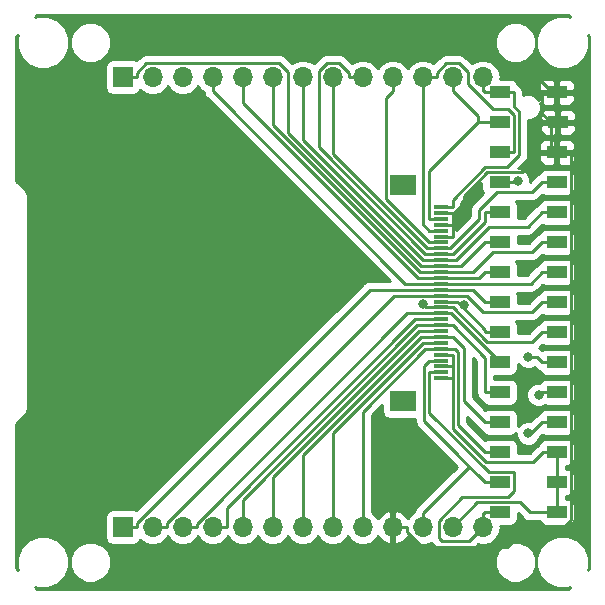
<source format=gbr>
G04 #@! TF.GenerationSoftware,KiCad,Pcbnew,5.0.2-bee76a0~70~ubuntu18.04.1*
G04 #@! TF.CreationDate,2019-05-13T00:01:04+09:00*
G04 #@! TF.ProjectId,bottom_pcb,626f7474-6f6d-45f7-9063-622e6b696361,rev?*
G04 #@! TF.SameCoordinates,Original*
G04 #@! TF.FileFunction,Copper,L2,Bot*
G04 #@! TF.FilePolarity,Positive*
%FSLAX46Y46*%
G04 Gerber Fmt 4.6, Leading zero omitted, Abs format (unit mm)*
G04 Created by KiCad (PCBNEW 5.0.2-bee76a0~70~ubuntu18.04.1) date 2019年05月13日 00時01分04秒*
%MOMM*%
%LPD*%
G01*
G04 APERTURE LIST*
G04 #@! TA.AperFunction,SMDPad,CuDef*
%ADD10R,1.800000X1.000000*%
G04 #@! TD*
G04 #@! TA.AperFunction,ComponentPad*
%ADD11O,1.700000X1.700000*%
G04 #@! TD*
G04 #@! TA.AperFunction,ComponentPad*
%ADD12R,1.700000X1.700000*%
G04 #@! TD*
G04 #@! TA.AperFunction,SMDPad,CuDef*
%ADD13R,2.200000X1.800000*%
G04 #@! TD*
G04 #@! TA.AperFunction,SMDPad,CuDef*
%ADD14R,1.300000X0.300000*%
G04 #@! TD*
G04 #@! TA.AperFunction,ViaPad*
%ADD15C,0.800000*%
G04 #@! TD*
G04 #@! TA.AperFunction,Conductor*
%ADD16C,0.250000*%
G04 #@! TD*
G04 #@! TA.AperFunction,Conductor*
%ADD17C,0.254000*%
G04 #@! TD*
G04 APERTURE END LIST*
D10*
G04 #@! TO.P,J4,1*
G04 #@! TO.N,G35*
X141654000Y-57220000D03*
G04 #@! TO.P,J4,2*
G04 #@! TO.N,GND*
X146494000Y-57220000D03*
G04 #@! TO.P,J4,3*
G04 #@! TO.N,G36*
X141654000Y-59760000D03*
G04 #@! TO.P,J4,4*
G04 #@! TO.N,GND*
X146594000Y-59760000D03*
G04 #@! TO.P,J4,5*
G04 #@! TO.N,RST*
X141654000Y-62300000D03*
G04 #@! TO.P,J4,6*
G04 #@! TO.N,GND*
X146494000Y-62300000D03*
G04 #@! TO.P,J4,7*
G04 #@! TO.N,G25*
X141654000Y-64840000D03*
G04 #@! TO.P,J4,8*
G04 #@! TO.N,G23*
X146494000Y-64840000D03*
G04 #@! TO.P,J4,9*
G04 #@! TO.N,G26*
X141654000Y-67380000D03*
G04 #@! TO.P,J4,10*
G04 #@! TO.N,G19*
X146494000Y-67380000D03*
G04 #@! TO.P,J4,11*
G04 #@! TO.N,+3V3*
X141654000Y-69920000D03*
G04 #@! TO.P,J4,12*
G04 #@! TO.N,G18*
X146494000Y-69920000D03*
G04 #@! TO.P,J4,13*
G04 #@! TO.N,G1*
X141654000Y-72460000D03*
G04 #@! TO.P,J4,14*
G04 #@! TO.N,G3*
X146494000Y-72460000D03*
G04 #@! TO.P,J4,15*
G04 #@! TO.N,G17*
X141654000Y-75000000D03*
G04 #@! TO.P,J4,16*
G04 #@! TO.N,G16*
X146494000Y-75000000D03*
G04 #@! TO.P,J4,17*
G04 #@! TO.N,G22*
X141654000Y-77540000D03*
G04 #@! TO.P,J4,18*
G04 #@! TO.N,G21*
X146494000Y-77540000D03*
G04 #@! TO.P,J4,19*
G04 #@! TO.N,G5*
X141654000Y-80080000D03*
G04 #@! TO.P,J4,20*
G04 #@! TO.N,G2*
X146494000Y-80080000D03*
G04 #@! TO.P,J4,21*
G04 #@! TO.N,G13*
X141654000Y-82620000D03*
G04 #@! TO.P,J4,22*
G04 #@! TO.N,G12*
X146494000Y-82620000D03*
G04 #@! TO.P,J4,23*
G04 #@! TO.N,G0*
X141654000Y-85160000D03*
G04 #@! TO.P,J4,24*
G04 #@! TO.N,G15*
X146494000Y-85160000D03*
G04 #@! TO.P,J4,25*
G04 #@! TO.N,G34*
X141654000Y-87700000D03*
G04 #@! TO.P,J4,26*
G04 #@! TO.N,HPWR*
X146494000Y-87700000D03*
G04 #@! TO.P,J4,27*
G04 #@! TO.N,+5V*
X141654000Y-90240000D03*
G04 #@! TO.P,J4,28*
G04 #@! TO.N,HPWR*
X146494000Y-90240000D03*
G04 #@! TO.P,J4,29*
G04 #@! TO.N,+BATT*
X141654000Y-92780000D03*
G04 #@! TO.P,J4,30*
G04 #@! TO.N,HPWR*
X146494000Y-92780000D03*
G04 #@! TD*
D11*
G04 #@! TO.P,J1,13*
G04 #@! TO.N,G35*
X140230000Y-55950000D03*
G04 #@! TO.P,J1,12*
G04 #@! TO.N,G36*
X137690000Y-55950000D03*
G04 #@! TO.P,J1,11*
G04 #@! TO.N,RST*
X135150000Y-55950000D03*
G04 #@! TO.P,J1,10*
G04 #@! TO.N,G25*
X132610000Y-55950000D03*
G04 #@! TO.P,J1,9*
G04 #@! TO.N,G26*
X130070000Y-55950000D03*
G04 #@! TO.P,J1,8*
G04 #@! TO.N,G23*
X127530000Y-55950000D03*
G04 #@! TO.P,J1,7*
G04 #@! TO.N,G19*
X124990000Y-55950000D03*
G04 #@! TO.P,J1,6*
G04 #@! TO.N,G18*
X122450000Y-55950000D03*
G04 #@! TO.P,J1,5*
G04 #@! TO.N,G1*
X119910000Y-55950000D03*
G04 #@! TO.P,J1,4*
G04 #@! TO.N,G3*
X117370000Y-55950000D03*
G04 #@! TO.P,J1,3*
G04 #@! TO.N,G22*
X114830000Y-55950000D03*
G04 #@! TO.P,J1,2*
G04 #@! TO.N,G21*
X112290000Y-55950000D03*
D12*
G04 #@! TO.P,J1,1*
G04 #@! TO.N,+3V3*
X109750000Y-55950000D03*
G04 #@! TD*
D11*
G04 #@! TO.P,J2,13*
G04 #@! TO.N,+BATT*
X140230000Y-94050000D03*
G04 #@! TO.P,J2,12*
G04 #@! TO.N,HPWR*
X137690000Y-94050000D03*
G04 #@! TO.P,J2,11*
G04 #@! TO.N,+5V*
X135150000Y-94050000D03*
G04 #@! TO.P,J2,10*
G04 #@! TO.N,GND*
X132610000Y-94050000D03*
G04 #@! TO.P,J2,9*
G04 #@! TO.N,G34*
X130070000Y-94050000D03*
G04 #@! TO.P,J2,8*
G04 #@! TO.N,G15*
X127530000Y-94050000D03*
G04 #@! TO.P,J2,7*
G04 #@! TO.N,G0*
X124990000Y-94050000D03*
G04 #@! TO.P,J2,6*
G04 #@! TO.N,G12*
X122450000Y-94050000D03*
G04 #@! TO.P,J2,5*
G04 #@! TO.N,G13*
X119910000Y-94050000D03*
G04 #@! TO.P,J2,4*
G04 #@! TO.N,G2*
X117370000Y-94050000D03*
G04 #@! TO.P,J2,3*
G04 #@! TO.N,G5*
X114830000Y-94050000D03*
G04 #@! TO.P,J2,2*
G04 #@! TO.N,G16*
X112290000Y-94050000D03*
D12*
G04 #@! TO.P,J2,1*
G04 #@! TO.N,G17*
X109750000Y-94050000D03*
G04 #@! TD*
D13*
G04 #@! TO.P,J3,MP*
G04 #@! TO.N,N/C*
X133449000Y-65043400D03*
X133449000Y-83343400D03*
D14*
G04 #@! TO.P,J3,1*
G04 #@! TO.N,HPWR*
X136699000Y-81443400D03*
G04 #@! TO.P,J3,2*
G04 #@! TO.N,+BATT*
X136699000Y-80943400D03*
G04 #@! TO.P,J3,3*
G04 #@! TO.N,HPWR*
X136699000Y-80443400D03*
G04 #@! TO.P,J3,4*
G04 #@! TO.N,+5V*
X136699000Y-79943400D03*
G04 #@! TO.P,J3,5*
G04 #@! TO.N,HPWR*
X136699000Y-79443400D03*
G04 #@! TO.P,J3,6*
G04 #@! TO.N,G34*
X136699000Y-78943400D03*
G04 #@! TO.P,J3,7*
G04 #@! TO.N,G15*
X136699000Y-78443400D03*
G04 #@! TO.P,J3,8*
G04 #@! TO.N,G0*
X136699000Y-77943400D03*
G04 #@! TO.P,J3,9*
G04 #@! TO.N,G12*
X136699000Y-77443400D03*
G04 #@! TO.P,J3,10*
G04 #@! TO.N,G13*
X136699000Y-76943400D03*
G04 #@! TO.P,J3,11*
G04 #@! TO.N,G2*
X136699000Y-76443400D03*
G04 #@! TO.P,J3,12*
G04 #@! TO.N,G5*
X136699000Y-75943400D03*
G04 #@! TO.P,J3,13*
G04 #@! TO.N,G21*
X136699000Y-75443400D03*
G04 #@! TO.P,J3,14*
G04 #@! TO.N,G22*
X136699000Y-74943400D03*
G04 #@! TO.P,J3,15*
G04 #@! TO.N,G16*
X136699000Y-74443400D03*
G04 #@! TO.P,J3,16*
G04 #@! TO.N,G17*
X136699000Y-73943400D03*
G04 #@! TO.P,J3,17*
G04 #@! TO.N,G3*
X136699000Y-73443400D03*
G04 #@! TO.P,J3,18*
G04 #@! TO.N,G1*
X136699000Y-72943400D03*
G04 #@! TO.P,J3,19*
G04 #@! TO.N,G18*
X136699000Y-72443400D03*
G04 #@! TO.P,J3,20*
G04 #@! TO.N,+3V3*
X136699000Y-71943400D03*
G04 #@! TO.P,J3,21*
G04 #@! TO.N,G19*
X136699000Y-71443400D03*
G04 #@! TO.P,J3,22*
G04 #@! TO.N,G26*
X136699000Y-70943400D03*
G04 #@! TO.P,J3,23*
G04 #@! TO.N,G23*
X136699000Y-70443400D03*
G04 #@! TO.P,J3,24*
G04 #@! TO.N,G25*
X136699000Y-69943400D03*
G04 #@! TO.P,J3,25*
G04 #@! TO.N,GND*
X136699000Y-69443400D03*
G04 #@! TO.P,J3,26*
G04 #@! TO.N,RST*
X136699000Y-68943400D03*
G04 #@! TO.P,J3,27*
G04 #@! TO.N,GND*
X136699000Y-68443400D03*
G04 #@! TO.P,J3,28*
G04 #@! TO.N,G36*
X136699000Y-67943400D03*
G04 #@! TO.P,J3,29*
G04 #@! TO.N,GND*
X136699000Y-67443400D03*
G04 #@! TO.P,J3,30*
G04 #@! TO.N,G35*
X136699000Y-66943400D03*
G04 #@! TD*
D15*
G04 #@! TO.N,GND*
X105752900Y-94805500D03*
X105752900Y-55232300D03*
X144310100Y-55156100D03*
X144322800Y-94932500D03*
G04 #@! TO.N,G21*
X135215000Y-75193400D03*
G04 #@! TO.N,G2*
X144074000Y-79641100D03*
G04 #@! TO.N,G12*
X144967000Y-82841900D03*
G04 #@! TO.N,G15*
X144074000Y-86114300D03*
G04 #@! TO.N,G22*
X138670500Y-75275800D03*
G04 #@! TO.N,G25*
X143183900Y-64716200D03*
G04 #@! TD*
D16*
G04 #@! TO.N,GND*
X136699000Y-69443400D02*
X137674300Y-69443400D01*
X137674300Y-68443400D02*
X137674300Y-69443400D01*
X137674300Y-67443400D02*
X137674300Y-68443400D01*
X137674300Y-67443400D02*
X137811200Y-67443400D01*
X137811200Y-67443400D02*
X138631600Y-66623000D01*
X138631600Y-66623000D02*
X138631600Y-65986100D01*
X138631600Y-65986100D02*
X140626900Y-63990800D01*
X140626900Y-63990800D02*
X143577900Y-63990800D01*
X143577900Y-63990800D02*
X145268700Y-62300000D01*
X137583500Y-67443400D02*
X137674300Y-67443400D01*
X136699000Y-68443400D02*
X137674300Y-68443400D01*
X145881400Y-62300000D02*
X145981400Y-62200000D01*
X145981400Y-62200000D02*
X145981400Y-59760000D01*
X145881400Y-62300000D02*
X145268700Y-62300000D01*
X146494000Y-62300000D02*
X145881400Y-62300000D01*
X136699000Y-67443400D02*
X137583500Y-67443400D01*
X146494000Y-57220000D02*
X145268700Y-57220000D01*
X145981400Y-59760000D02*
X145268700Y-59047300D01*
X145268700Y-59047300D02*
X145268700Y-57220000D01*
X146594000Y-59760000D02*
X145981400Y-59760000D01*
X132610000Y-94050000D02*
X133785300Y-94050000D01*
X146494000Y-62300000D02*
X147719300Y-62300000D01*
X147719300Y-62300000D02*
X147719300Y-93427500D01*
X147719300Y-93427500D02*
X146873100Y-94273700D01*
X143710500Y-94273700D02*
X142257300Y-95726900D01*
X142257300Y-95726900D02*
X135094900Y-95726900D01*
X135094900Y-95726900D02*
X133785300Y-94417300D01*
X133785300Y-94417300D02*
X133785300Y-94050000D01*
X105752900Y-94805500D02*
X105752900Y-55232300D01*
X144310100Y-55436100D02*
X144310100Y-55156100D01*
X146494000Y-57220000D02*
X146094000Y-57220000D01*
X146094000Y-57220000D02*
X144310100Y-55436100D01*
X144981600Y-94273700D02*
X144322800Y-94932500D01*
X145796000Y-94273700D02*
X144981600Y-94273700D01*
X145796000Y-94273700D02*
X143710500Y-94273700D01*
X146873100Y-94273700D02*
X145796000Y-94273700D01*
G04 #@! TO.N,G23*
X146494000Y-64840000D02*
X145268700Y-64840000D01*
X136699000Y-70443400D02*
X137490300Y-70443400D01*
X137490300Y-70443400D02*
X139935300Y-67998400D01*
X139935300Y-67998400D02*
X139935300Y-67182400D01*
X139935300Y-67182400D02*
X141452400Y-65665300D01*
X141452400Y-65665300D02*
X144443400Y-65665300D01*
X144443400Y-65665300D02*
X145268700Y-64840000D01*
X127530000Y-55950000D02*
X127530000Y-62426600D01*
X127530000Y-62426600D02*
X135546800Y-70443400D01*
X135546800Y-70443400D02*
X136699000Y-70443400D01*
G04 #@! TO.N,G19*
X124990000Y-55950000D02*
X124990000Y-61253200D01*
X124990000Y-61253200D02*
X135180200Y-71443400D01*
X135180200Y-71443400D02*
X135723700Y-71443400D01*
X136699000Y-71443400D02*
X137956700Y-71443400D01*
X137956700Y-71443400D02*
X140796400Y-68603700D01*
X140796400Y-68603700D02*
X144045000Y-68603700D01*
X144045000Y-68603700D02*
X145268700Y-67380000D01*
X146494000Y-67380000D02*
X145268700Y-67380000D01*
X136699000Y-71443400D02*
X135723700Y-71443400D01*
G04 #@! TO.N,G18*
X122450000Y-55950000D02*
X122450000Y-60002200D01*
X122450000Y-60002200D02*
X134891200Y-72443400D01*
X134891200Y-72443400D02*
X135723700Y-72443400D01*
X136699000Y-72443400D02*
X139443900Y-72443400D01*
X139443900Y-72443400D02*
X141142000Y-70745300D01*
X141142000Y-70745300D02*
X144443400Y-70745300D01*
X144443400Y-70745300D02*
X145268700Y-69920000D01*
X136699000Y-72443400D02*
X135723700Y-72443400D01*
X146494000Y-69920000D02*
X145268700Y-69920000D01*
G04 #@! TO.N,G3*
X145268700Y-72460000D02*
X144285300Y-73443400D01*
X144285300Y-73443400D02*
X136699000Y-73443400D01*
X117370000Y-55950000D02*
X117370000Y-57125300D01*
X136699000Y-73443400D02*
X133688100Y-73443400D01*
X133688100Y-73443400D02*
X117370000Y-57125300D01*
X146494000Y-72460000D02*
X145268700Y-72460000D01*
G04 #@! TO.N,G16*
X112290000Y-94050000D02*
X113465300Y-94050000D01*
X136699000Y-74443400D02*
X132704600Y-74443400D01*
X132704600Y-74443400D02*
X113465300Y-93682700D01*
X113465300Y-93682700D02*
X113465300Y-94050000D01*
X145268700Y-75000000D02*
X144443400Y-75825300D01*
X144443400Y-75825300D02*
X140245800Y-75825300D01*
X140245800Y-75825300D02*
X138863900Y-74443400D01*
X138863900Y-74443400D02*
X136699000Y-74443400D01*
X146494000Y-75000000D02*
X145268700Y-75000000D01*
G04 #@! TO.N,G21*
X136699000Y-75443400D02*
X135465000Y-75443400D01*
X135465000Y-75443400D02*
X135215000Y-75193400D01*
X137186700Y-75443400D02*
X136699000Y-75443400D01*
X137186700Y-75443400D02*
X137674300Y-75443400D01*
X146494000Y-77540000D02*
X145268700Y-77540000D01*
X145268700Y-77540000D02*
X144443400Y-78365300D01*
X144443400Y-78365300D02*
X140596200Y-78365300D01*
X140596200Y-78365300D02*
X137674300Y-75443400D01*
G04 #@! TO.N,G2*
X118545300Y-94050000D02*
X118545300Y-92434300D01*
X118545300Y-92434300D02*
X134536200Y-76443400D01*
X134536200Y-76443400D02*
X135723700Y-76443400D01*
X146494000Y-80080000D02*
X145268700Y-80080000D01*
X144074000Y-79641100D02*
X144829800Y-79641100D01*
X144829800Y-79641100D02*
X145268700Y-80080000D01*
X136699000Y-76443400D02*
X135723700Y-76443400D01*
X117370000Y-94050000D02*
X118545300Y-94050000D01*
G04 #@! TO.N,G12*
X122450000Y-92874700D02*
X122450000Y-89824200D01*
X122450000Y-89824200D02*
X134830800Y-77443400D01*
X134830800Y-77443400D02*
X136699000Y-77443400D01*
X122450000Y-94050000D02*
X122450000Y-92874700D01*
X146494000Y-82620000D02*
X145268700Y-82620000D01*
X144967000Y-82841900D02*
X145046800Y-82841900D01*
X145046800Y-82841900D02*
X145268700Y-82620000D01*
G04 #@! TO.N,G15*
X146494000Y-85160000D02*
X145268700Y-85160000D01*
X144074000Y-86114300D02*
X144314400Y-86114300D01*
X144314400Y-86114300D02*
X145268700Y-85160000D01*
X127530000Y-92874700D02*
X127530000Y-86079800D01*
X127530000Y-86079800D02*
X135166400Y-78443400D01*
X135166400Y-78443400D02*
X135723700Y-78443400D01*
X136699000Y-78443400D02*
X135723700Y-78443400D01*
X127530000Y-94050000D02*
X127530000Y-92874700D01*
G04 #@! TO.N,HPWR*
X137561700Y-81443400D02*
X137674300Y-81443400D01*
X136699000Y-81443400D02*
X137561700Y-81443400D01*
X137674300Y-80443400D02*
X137674300Y-81443400D01*
X137674300Y-79443400D02*
X137674300Y-80443400D01*
X146494000Y-92780000D02*
X146494000Y-90240000D01*
X146494000Y-90240000D02*
X146494000Y-87700000D01*
X136699000Y-80443400D02*
X137674300Y-80443400D01*
X136699000Y-79443400D02*
X137674300Y-79443400D01*
X145344000Y-92780000D02*
X146494000Y-92780000D01*
X143371997Y-91954999D02*
X144196998Y-92780000D01*
X139785001Y-91954999D02*
X143371997Y-91954999D01*
X144196998Y-92780000D02*
X145344000Y-92780000D01*
X137690000Y-94050000D02*
X139785001Y-91954999D01*
X145344000Y-87700000D02*
X146494000Y-87700000D01*
X144518999Y-88525001D02*
X145344000Y-87700000D01*
X140493999Y-88525001D02*
X144518999Y-88525001D01*
X137674400Y-85705402D02*
X140493999Y-88525001D01*
X137674400Y-81443400D02*
X137674400Y-85705402D01*
X137674300Y-81443400D02*
X137674400Y-81443400D01*
G04 #@! TO.N,+BATT*
X140230000Y-94050000D02*
X140230000Y-92874700D01*
X141654000Y-92780000D02*
X140428700Y-92780000D01*
X140428700Y-92780000D02*
X140334000Y-92874700D01*
X140334000Y-92874700D02*
X140230000Y-92874700D01*
X139380001Y-94899999D02*
X140230000Y-94050000D01*
X136514999Y-94947899D02*
X136792101Y-95225001D01*
X138496009Y-91504989D02*
X136514999Y-93485999D01*
X142879001Y-91000001D02*
X142374013Y-91504989D01*
X136792101Y-95225001D02*
X139054999Y-95225001D01*
X140747587Y-89414999D02*
X142869299Y-89414999D01*
X136514999Y-93485999D02*
X136514999Y-94947899D01*
X136699000Y-80943400D02*
X135723700Y-80943400D01*
X135723700Y-80943400D02*
X135723700Y-84391112D01*
X135723700Y-84391112D02*
X140747587Y-89414999D01*
X142879001Y-89424701D02*
X142879001Y-91000001D01*
X139054999Y-95225001D02*
X139380001Y-94899999D01*
X142374013Y-91504989D02*
X138496009Y-91504989D01*
X142869299Y-89414999D02*
X142879001Y-89424701D01*
G04 #@! TO.N,+5V*
X139094800Y-88929900D02*
X139795800Y-89631000D01*
X139795800Y-89631000D02*
X139819700Y-89631000D01*
X139819700Y-89631000D02*
X140428700Y-90240000D01*
X135723700Y-79943400D02*
X135273300Y-80393800D01*
X135273300Y-80393800D02*
X135273300Y-85084600D01*
X135273300Y-85084600D02*
X137935600Y-87746900D01*
X137935600Y-87746900D02*
X137935600Y-87770800D01*
X137935600Y-87770800D02*
X139094800Y-88929900D01*
X139094800Y-88929900D02*
X135150000Y-92874700D01*
X135150000Y-94050000D02*
X135150000Y-92874700D01*
X141654000Y-90240000D02*
X140428700Y-90240000D01*
X136699000Y-79943400D02*
X135723700Y-79943400D01*
G04 #@! TO.N,G34*
X140428700Y-87700000D02*
X138158800Y-85430100D01*
X138158800Y-85430100D02*
X138158800Y-79232100D01*
X138158800Y-79232100D02*
X137870100Y-78943400D01*
X137870100Y-78943400D02*
X136699000Y-78943400D01*
X141654000Y-87700000D02*
X140428700Y-87700000D01*
X130070000Y-92874700D02*
X130070000Y-84256200D01*
X130070000Y-84256200D02*
X135382800Y-78943400D01*
X135382800Y-78943400D02*
X135723700Y-78943400D01*
X136699000Y-78943400D02*
X135723700Y-78943400D01*
X130070000Y-94050000D02*
X130070000Y-92874700D01*
G04 #@! TO.N,G0*
X137674300Y-77943400D02*
X138609200Y-78878300D01*
X138609200Y-78878300D02*
X138609200Y-83340500D01*
X138609200Y-83340500D02*
X140428700Y-85160000D01*
X141654000Y-85160000D02*
X140428700Y-85160000D01*
X136699000Y-77943400D02*
X137674300Y-77943400D01*
X124990000Y-94050000D02*
X124990000Y-87973600D01*
X124990000Y-87973600D02*
X135020200Y-77943400D01*
X135020200Y-77943400D02*
X136699000Y-77943400D01*
G04 #@! TO.N,G13*
X119910000Y-92874700D02*
X119910000Y-91706500D01*
X119910000Y-91706500D02*
X134673100Y-76943400D01*
X134673100Y-76943400D02*
X136699000Y-76943400D01*
X137674300Y-76943400D02*
X140428700Y-79697800D01*
X140428700Y-79697800D02*
X140428700Y-82620000D01*
X136699000Y-76943400D02*
X137674300Y-76943400D01*
X141654000Y-82620000D02*
X140428700Y-82620000D01*
X119910000Y-94050000D02*
X119910000Y-92874700D01*
G04 #@! TO.N,G5*
X116005300Y-94050000D02*
X116005300Y-93741100D01*
X116005300Y-93741100D02*
X133803000Y-75943400D01*
X133803000Y-75943400D02*
X135723700Y-75943400D01*
X136699000Y-75943400D02*
X137517400Y-75943400D01*
X137517400Y-75943400D02*
X141654000Y-80080000D01*
X136211400Y-75943400D02*
X136699000Y-75943400D01*
X136211400Y-75943400D02*
X135723700Y-75943400D01*
X114830000Y-94050000D02*
X116005300Y-94050000D01*
G04 #@! TO.N,G22*
X138523300Y-75423000D02*
X138670500Y-75275800D01*
X138523300Y-75423000D02*
X138043700Y-74943400D01*
X138043700Y-74943400D02*
X137674300Y-74943400D01*
X140428700Y-77540000D02*
X140428700Y-77328400D01*
X140428700Y-77328400D02*
X138523300Y-75423000D01*
X136699000Y-74943400D02*
X137674300Y-74943400D01*
X141654000Y-77540000D02*
X140428700Y-77540000D01*
G04 #@! TO.N,G17*
X109750000Y-94050000D02*
X110925300Y-94050000D01*
X136699000Y-73943400D02*
X130664600Y-73943400D01*
X130664600Y-73943400D02*
X110925300Y-93682700D01*
X110925300Y-93682700D02*
X110925300Y-94050000D01*
X140428700Y-75000000D02*
X139372100Y-73943400D01*
X139372100Y-73943400D02*
X136699000Y-73943400D01*
X141654000Y-75000000D02*
X140428700Y-75000000D01*
G04 #@! TO.N,G1*
X119910000Y-55950000D02*
X119910000Y-57125300D01*
X136699000Y-72943400D02*
X134733200Y-72943400D01*
X134733200Y-72943400D02*
X119910000Y-58120200D01*
X119910000Y-58120200D02*
X119910000Y-57125300D01*
X140428700Y-72460000D02*
X139945300Y-72943400D01*
X139945300Y-72943400D02*
X136699000Y-72943400D01*
X141654000Y-72460000D02*
X140428700Y-72460000D01*
G04 #@! TO.N,G26*
X136699000Y-70943400D02*
X137674300Y-70943400D01*
X141654000Y-67380000D02*
X140428700Y-67380000D01*
X140428700Y-67380000D02*
X140428700Y-68189000D01*
X140428700Y-68189000D02*
X137674300Y-70943400D01*
X130070000Y-55950000D02*
X128894700Y-55950000D01*
X136699000Y-70943400D02*
X135382900Y-70943400D01*
X135382900Y-70943400D02*
X126335300Y-61895800D01*
X126335300Y-61895800D02*
X126335300Y-55454000D01*
X126335300Y-55454000D02*
X127014600Y-54774700D01*
X127014600Y-54774700D02*
X128086800Y-54774700D01*
X128086800Y-54774700D02*
X128894700Y-55582600D01*
X128894700Y-55582600D02*
X128894700Y-55950000D01*
G04 #@! TO.N,G25*
X141654000Y-64840000D02*
X143060100Y-64840000D01*
X143060100Y-64840000D02*
X143183900Y-64716200D01*
X132610000Y-55950000D02*
X132610000Y-57125300D01*
X136699000Y-69943400D02*
X135723700Y-69943400D01*
X135723700Y-69943400D02*
X132023600Y-66243300D01*
X132023600Y-66243300D02*
X132023600Y-57711700D01*
X132023600Y-57711700D02*
X132610000Y-57125300D01*
G04 #@! TO.N,RST*
X136699000Y-68943400D02*
X135723700Y-68943400D01*
X135723700Y-68943400D02*
X135150000Y-68369700D01*
X135150000Y-68369700D02*
X135150000Y-55950000D01*
X135150000Y-55950000D02*
X136325300Y-55950000D01*
X141654000Y-62300000D02*
X142879300Y-62300000D01*
X142879300Y-62300000D02*
X142879300Y-59125200D01*
X142879300Y-59125200D02*
X142368100Y-58614000D01*
X142368100Y-58614000D02*
X141079700Y-58614000D01*
X141079700Y-58614000D02*
X138960000Y-56494300D01*
X138960000Y-56494300D02*
X138960000Y-55529200D01*
X138960000Y-55529200D02*
X138205500Y-54774700D01*
X138205500Y-54774700D02*
X137133200Y-54774700D01*
X137133200Y-54774700D02*
X136325300Y-55582600D01*
X136325300Y-55582600D02*
X136325300Y-55950000D01*
G04 #@! TO.N,G36*
X136699000Y-67943400D02*
X135723700Y-67943400D01*
X139815800Y-59760000D02*
X139815800Y-59251100D01*
X139815800Y-59251100D02*
X137690000Y-57125300D01*
X135723700Y-67943400D02*
X135723700Y-63852100D01*
X135723700Y-63852100D02*
X139815800Y-59760000D01*
X141654000Y-59760000D02*
X139815800Y-59760000D01*
X137690000Y-55950000D02*
X137690000Y-57125300D01*
G04 #@! TO.N,G35*
X142879300Y-57220000D02*
X142879300Y-58420900D01*
X142879300Y-58420900D02*
X143329600Y-58871200D01*
X143329600Y-58871200D02*
X143329600Y-62535200D01*
X143329600Y-62535200D02*
X142325200Y-63539600D01*
X142325200Y-63539600D02*
X140441200Y-63539600D01*
X140441200Y-63539600D02*
X137674300Y-66306500D01*
X137674300Y-66306500D02*
X137674300Y-66943400D01*
X141654000Y-57220000D02*
X142879300Y-57220000D01*
X141654000Y-57220000D02*
X141041400Y-57220000D01*
X136699000Y-66943400D02*
X137674300Y-66943400D01*
X141041400Y-57220000D02*
X140428700Y-57220000D01*
X140230000Y-55950000D02*
X140230000Y-57125300D01*
X140428700Y-57220000D02*
X140334000Y-57125300D01*
X140334000Y-57125300D02*
X140230000Y-57125300D01*
G04 #@! TO.N,+3V3*
X109750000Y-55950000D02*
X110925300Y-55950000D01*
X136699000Y-71943400D02*
X135029600Y-71943400D01*
X135029600Y-71943400D02*
X123720000Y-60633800D01*
X123720000Y-60633800D02*
X123720000Y-55507000D01*
X123720000Y-55507000D02*
X122987700Y-54774700D01*
X122987700Y-54774700D02*
X111733200Y-54774700D01*
X111733200Y-54774700D02*
X110925300Y-55582600D01*
X110925300Y-55582600D02*
X110925300Y-55950000D01*
X140428700Y-69920000D02*
X138405300Y-71943400D01*
X138405300Y-71943400D02*
X136699000Y-71943400D01*
X141654000Y-69920000D02*
X140428700Y-69920000D01*
G04 #@! TD*
D17*
G04 #@! TO.N,GND*
G36*
X147643175Y-50847265D02*
X147444569Y-50765000D01*
X146555431Y-50765000D01*
X145733974Y-51105259D01*
X145105259Y-51733974D01*
X144765000Y-52555431D01*
X144765000Y-53444569D01*
X145105259Y-54266026D01*
X145733974Y-54894741D01*
X146555431Y-55235000D01*
X147444569Y-55235000D01*
X148266026Y-54894741D01*
X148894741Y-54266026D01*
X149235000Y-53444569D01*
X149235000Y-52555431D01*
X149152736Y-52356827D01*
X149265000Y-52469092D01*
X149265001Y-97530907D01*
X149152736Y-97643173D01*
X149235000Y-97444569D01*
X149235000Y-96555431D01*
X148894741Y-95733974D01*
X148266026Y-95105259D01*
X147444569Y-94765000D01*
X146555431Y-94765000D01*
X145733974Y-95105259D01*
X145105259Y-95733974D01*
X144765000Y-96555431D01*
X144765000Y-97444569D01*
X145105259Y-98266026D01*
X145733974Y-98894741D01*
X146555431Y-99235000D01*
X147444569Y-99235000D01*
X147643175Y-99152735D01*
X147505910Y-99290000D01*
X102494092Y-99290000D01*
X102356827Y-99152736D01*
X102555431Y-99235000D01*
X103444569Y-99235000D01*
X104266026Y-98894741D01*
X104894741Y-98266026D01*
X105235000Y-97444569D01*
X105235000Y-96654887D01*
X105265000Y-96654887D01*
X105265000Y-97345113D01*
X105529138Y-97982799D01*
X106017201Y-98470862D01*
X106654887Y-98735000D01*
X107345113Y-98735000D01*
X107982799Y-98470862D01*
X108470862Y-97982799D01*
X108735000Y-97345113D01*
X108735000Y-96654887D01*
X141265000Y-96654887D01*
X141265000Y-97345113D01*
X141529138Y-97982799D01*
X142017201Y-98470862D01*
X142654887Y-98735000D01*
X143345113Y-98735000D01*
X143982799Y-98470862D01*
X144470862Y-97982799D01*
X144735000Y-97345113D01*
X144735000Y-96654887D01*
X144470862Y-96017201D01*
X143982799Y-95529138D01*
X143345113Y-95265000D01*
X142654887Y-95265000D01*
X142017201Y-95529138D01*
X141529138Y-96017201D01*
X141265000Y-96654887D01*
X108735000Y-96654887D01*
X108470862Y-96017201D01*
X107982799Y-95529138D01*
X107345113Y-95265000D01*
X106654887Y-95265000D01*
X106017201Y-95529138D01*
X105529138Y-96017201D01*
X105265000Y-96654887D01*
X105235000Y-96654887D01*
X105235000Y-96555431D01*
X104894741Y-95733974D01*
X104266026Y-95105259D01*
X103444569Y-94765000D01*
X102555431Y-94765000D01*
X101733974Y-95105259D01*
X101105259Y-95733974D01*
X100765000Y-96555431D01*
X100765000Y-97444569D01*
X100847265Y-97643175D01*
X100710000Y-97505910D01*
X100710000Y-85294090D01*
X101452601Y-84551490D01*
X101511881Y-84511881D01*
X101578463Y-84412235D01*
X101668805Y-84277028D01*
X101723909Y-84000000D01*
X101710000Y-83930074D01*
X101710000Y-66069926D01*
X101723909Y-66000000D01*
X101668805Y-65722972D01*
X101551491Y-65547399D01*
X101551488Y-65547396D01*
X101511880Y-65488119D01*
X101452603Y-65448512D01*
X100710000Y-64705910D01*
X100710000Y-52494090D01*
X100847265Y-52356825D01*
X100765000Y-52555431D01*
X100765000Y-53444569D01*
X101105259Y-54266026D01*
X101733974Y-54894741D01*
X102555431Y-55235000D01*
X103444569Y-55235000D01*
X103770487Y-55100000D01*
X108252560Y-55100000D01*
X108252560Y-56800000D01*
X108301843Y-57047765D01*
X108442191Y-57257809D01*
X108652235Y-57398157D01*
X108900000Y-57447440D01*
X110600000Y-57447440D01*
X110847765Y-57398157D01*
X111057809Y-57257809D01*
X111198157Y-57047765D01*
X111207184Y-57002381D01*
X111219375Y-57020625D01*
X111710582Y-57348839D01*
X112143744Y-57435000D01*
X112436256Y-57435000D01*
X112869418Y-57348839D01*
X113360625Y-57020625D01*
X113560000Y-56722239D01*
X113759375Y-57020625D01*
X114250582Y-57348839D01*
X114683744Y-57435000D01*
X114976256Y-57435000D01*
X115409418Y-57348839D01*
X115900625Y-57020625D01*
X116100000Y-56722239D01*
X116299375Y-57020625D01*
X116616430Y-57232475D01*
X116654097Y-57421837D01*
X116717374Y-57516537D01*
X116822072Y-57673229D01*
X116885528Y-57715629D01*
X132353297Y-73183400D01*
X130739448Y-73183400D01*
X130664600Y-73168512D01*
X130589752Y-73183400D01*
X130589748Y-73183400D01*
X130416205Y-73217920D01*
X130368062Y-73227496D01*
X130181018Y-73352476D01*
X130116671Y-73395471D01*
X130074271Y-73458927D01*
X110897874Y-92635325D01*
X110847765Y-92601843D01*
X110600000Y-92552560D01*
X108900000Y-92552560D01*
X108652235Y-92601843D01*
X108442191Y-92742191D01*
X108301843Y-92952235D01*
X108252560Y-93200000D01*
X108252560Y-94900000D01*
X108301843Y-95147765D01*
X108442191Y-95357809D01*
X108652235Y-95498157D01*
X108900000Y-95547440D01*
X110600000Y-95547440D01*
X110847765Y-95498157D01*
X111057809Y-95357809D01*
X111198157Y-95147765D01*
X111207184Y-95102381D01*
X111219375Y-95120625D01*
X111710582Y-95448839D01*
X112143744Y-95535000D01*
X112436256Y-95535000D01*
X112869418Y-95448839D01*
X113360625Y-95120625D01*
X113560000Y-94822239D01*
X113759375Y-95120625D01*
X114250582Y-95448839D01*
X114683744Y-95535000D01*
X114976256Y-95535000D01*
X115409418Y-95448839D01*
X115900625Y-95120625D01*
X116100000Y-94822239D01*
X116299375Y-95120625D01*
X116790582Y-95448839D01*
X117223744Y-95535000D01*
X117516256Y-95535000D01*
X117949418Y-95448839D01*
X118440625Y-95120625D01*
X118640000Y-94822239D01*
X118839375Y-95120625D01*
X119330582Y-95448839D01*
X119763744Y-95535000D01*
X120056256Y-95535000D01*
X120489418Y-95448839D01*
X120980625Y-95120625D01*
X121180000Y-94822239D01*
X121379375Y-95120625D01*
X121870582Y-95448839D01*
X122303744Y-95535000D01*
X122596256Y-95535000D01*
X123029418Y-95448839D01*
X123520625Y-95120625D01*
X123720000Y-94822239D01*
X123919375Y-95120625D01*
X124410582Y-95448839D01*
X124843744Y-95535000D01*
X125136256Y-95535000D01*
X125569418Y-95448839D01*
X126060625Y-95120625D01*
X126260000Y-94822239D01*
X126459375Y-95120625D01*
X126950582Y-95448839D01*
X127383744Y-95535000D01*
X127676256Y-95535000D01*
X128109418Y-95448839D01*
X128600625Y-95120625D01*
X128800000Y-94822239D01*
X128999375Y-95120625D01*
X129490582Y-95448839D01*
X129923744Y-95535000D01*
X130216256Y-95535000D01*
X130649418Y-95448839D01*
X131140625Y-95120625D01*
X131353843Y-94801522D01*
X131414817Y-94931358D01*
X131843076Y-95321645D01*
X132253110Y-95491476D01*
X132483000Y-95370155D01*
X132483000Y-94177000D01*
X132463000Y-94177000D01*
X132463000Y-93923000D01*
X132483000Y-93923000D01*
X132483000Y-92729845D01*
X132253110Y-92608524D01*
X131843076Y-92778355D01*
X131414817Y-93168642D01*
X131353843Y-93298478D01*
X131140625Y-92979375D01*
X130830000Y-92771822D01*
X130830000Y-84571001D01*
X131701560Y-83699441D01*
X131701560Y-84243400D01*
X131750843Y-84491165D01*
X131891191Y-84701209D01*
X132101235Y-84841557D01*
X132349000Y-84890840D01*
X134513301Y-84890840D01*
X134513301Y-85009748D01*
X134498412Y-85084600D01*
X134557397Y-85381137D01*
X134681167Y-85566371D01*
X134725372Y-85632529D01*
X134788828Y-85674929D01*
X137297143Y-88183245D01*
X137297964Y-88184473D01*
X137387671Y-88318729D01*
X137451142Y-88361139D01*
X138019975Y-88929923D01*
X134665528Y-92284371D01*
X134602072Y-92326771D01*
X134559672Y-92390227D01*
X134559671Y-92390228D01*
X134484367Y-92502928D01*
X134434097Y-92578163D01*
X134403926Y-92729845D01*
X134396430Y-92767525D01*
X134079375Y-92979375D01*
X133866157Y-93298478D01*
X133805183Y-93168642D01*
X133376924Y-92778355D01*
X132966890Y-92608524D01*
X132737000Y-92729845D01*
X132737000Y-93923000D01*
X132757000Y-93923000D01*
X132757000Y-94177000D01*
X132737000Y-94177000D01*
X132737000Y-95370155D01*
X132966890Y-95491476D01*
X133376924Y-95321645D01*
X133805183Y-94931358D01*
X133866157Y-94801522D01*
X134079375Y-95120625D01*
X134570582Y-95448839D01*
X135003744Y-95535000D01*
X135296256Y-95535000D01*
X135729418Y-95448839D01*
X135872011Y-95353561D01*
X135892665Y-95384471D01*
X135967071Y-95495828D01*
X136030526Y-95538227D01*
X136201771Y-95709473D01*
X136244172Y-95772930D01*
X136495564Y-95940905D01*
X136717249Y-95985001D01*
X136717253Y-95985001D01*
X136792100Y-95999889D01*
X136866947Y-95985001D01*
X138980152Y-95985001D01*
X139054999Y-95999889D01*
X139129846Y-95985001D01*
X139129851Y-95985001D01*
X139351536Y-95940905D01*
X139602928Y-95772930D01*
X139645330Y-95709471D01*
X139863592Y-95491209D01*
X140083744Y-95535000D01*
X140376256Y-95535000D01*
X140809418Y-95448839D01*
X141300625Y-95120625D01*
X141628839Y-94629418D01*
X141744092Y-94050000D01*
X141719713Y-93927440D01*
X142554000Y-93927440D01*
X142801765Y-93878157D01*
X143011809Y-93737809D01*
X143152157Y-93527765D01*
X143201440Y-93280000D01*
X143201440Y-92859243D01*
X143606668Y-93264472D01*
X143649069Y-93327929D01*
X143900461Y-93495904D01*
X144122146Y-93540000D01*
X144122150Y-93540000D01*
X144196998Y-93554888D01*
X144271846Y-93540000D01*
X145004018Y-93540000D01*
X145136191Y-93737809D01*
X145346235Y-93878157D01*
X145594000Y-93927440D01*
X147394000Y-93927440D01*
X147641765Y-93878157D01*
X147851809Y-93737809D01*
X147992157Y-93527765D01*
X148041440Y-93280000D01*
X148041440Y-92280000D01*
X147992157Y-92032235D01*
X147851809Y-91822191D01*
X147641765Y-91681843D01*
X147394000Y-91632560D01*
X147254000Y-91632560D01*
X147254000Y-91387440D01*
X147394000Y-91387440D01*
X147641765Y-91338157D01*
X147851809Y-91197809D01*
X147992157Y-90987765D01*
X148041440Y-90740000D01*
X148041440Y-89740000D01*
X147992157Y-89492235D01*
X147851809Y-89282191D01*
X147641765Y-89141843D01*
X147394000Y-89092560D01*
X147254000Y-89092560D01*
X147254000Y-88847440D01*
X147394000Y-88847440D01*
X147641765Y-88798157D01*
X147851809Y-88657809D01*
X147992157Y-88447765D01*
X148041440Y-88200000D01*
X148041440Y-87200000D01*
X147992157Y-86952235D01*
X147851809Y-86742191D01*
X147641765Y-86601843D01*
X147394000Y-86552560D01*
X145594000Y-86552560D01*
X145346235Y-86601843D01*
X145136191Y-86742191D01*
X144995843Y-86952235D01*
X144980622Y-87028758D01*
X144796071Y-87152071D01*
X144753672Y-87215526D01*
X144204198Y-87765001D01*
X143201440Y-87765001D01*
X143201440Y-87200000D01*
X143152157Y-86952235D01*
X143011809Y-86742191D01*
X142801765Y-86601843D01*
X142554000Y-86552560D01*
X140754000Y-86552560D01*
X140506235Y-86601843D01*
X140445756Y-86642254D01*
X138918800Y-85115299D01*
X138918800Y-84724901D01*
X139838371Y-85644473D01*
X139880771Y-85707929D01*
X140132163Y-85875904D01*
X140150220Y-85879496D01*
X140155843Y-85907765D01*
X140296191Y-86117809D01*
X140506235Y-86258157D01*
X140754000Y-86307440D01*
X142554000Y-86307440D01*
X142801765Y-86258157D01*
X143011809Y-86117809D01*
X143039000Y-86077115D01*
X143039000Y-86320174D01*
X143196569Y-86700580D01*
X143487720Y-86991731D01*
X143868126Y-87149300D01*
X144279874Y-87149300D01*
X144660280Y-86991731D01*
X144951431Y-86700580D01*
X145056443Y-86447058D01*
X145285756Y-86217746D01*
X145346235Y-86258157D01*
X145594000Y-86307440D01*
X147394000Y-86307440D01*
X147641765Y-86258157D01*
X147851809Y-86117809D01*
X147992157Y-85907765D01*
X148041440Y-85660000D01*
X148041440Y-84660000D01*
X147992157Y-84412235D01*
X147851809Y-84202191D01*
X147641765Y-84061843D01*
X147394000Y-84012560D01*
X145594000Y-84012560D01*
X145346235Y-84061843D01*
X145136191Y-84202191D01*
X144995843Y-84412235D01*
X144990220Y-84440504D01*
X144972163Y-84444096D01*
X144720771Y-84612071D01*
X144678371Y-84675527D01*
X144274598Y-85079300D01*
X143868126Y-85079300D01*
X143487720Y-85236869D01*
X143201440Y-85523149D01*
X143201440Y-84660000D01*
X143152157Y-84412235D01*
X143011809Y-84202191D01*
X142801765Y-84061843D01*
X142554000Y-84012560D01*
X140754000Y-84012560D01*
X140506235Y-84061843D01*
X140445756Y-84102254D01*
X139369200Y-83025699D01*
X139369200Y-79713102D01*
X139668700Y-80012602D01*
X139668701Y-82545143D01*
X139653811Y-82620000D01*
X139712796Y-82916537D01*
X139880771Y-83167929D01*
X140132163Y-83335904D01*
X140150220Y-83339496D01*
X140155843Y-83367765D01*
X140296191Y-83577809D01*
X140506235Y-83718157D01*
X140754000Y-83767440D01*
X142554000Y-83767440D01*
X142801765Y-83718157D01*
X143011809Y-83577809D01*
X143152157Y-83367765D01*
X143201440Y-83120000D01*
X143201440Y-82636026D01*
X143932000Y-82636026D01*
X143932000Y-83047774D01*
X144089569Y-83428180D01*
X144380720Y-83719331D01*
X144761126Y-83876900D01*
X145172874Y-83876900D01*
X145488025Y-83746360D01*
X145594000Y-83767440D01*
X147394000Y-83767440D01*
X147641765Y-83718157D01*
X147851809Y-83577809D01*
X147992157Y-83367765D01*
X148041440Y-83120000D01*
X148041440Y-82120000D01*
X147992157Y-81872235D01*
X147851809Y-81662191D01*
X147641765Y-81521843D01*
X147394000Y-81472560D01*
X145594000Y-81472560D01*
X145346235Y-81521843D01*
X145136191Y-81662191D01*
X145039499Y-81806900D01*
X144761126Y-81806900D01*
X144380720Y-81964469D01*
X144089569Y-82255620D01*
X143932000Y-82636026D01*
X143201440Y-82636026D01*
X143201440Y-82120000D01*
X143152157Y-81872235D01*
X143011809Y-81662191D01*
X142801765Y-81521843D01*
X142554000Y-81472560D01*
X141188700Y-81472560D01*
X141188700Y-81227440D01*
X142554000Y-81227440D01*
X142801765Y-81178157D01*
X143011809Y-81037809D01*
X143152157Y-80827765D01*
X143201440Y-80580000D01*
X143201440Y-80232251D01*
X143487720Y-80518531D01*
X143868126Y-80676100D01*
X144279874Y-80676100D01*
X144640587Y-80526688D01*
X144678371Y-80564472D01*
X144720771Y-80627929D01*
X144972163Y-80795904D01*
X144990220Y-80799496D01*
X144995843Y-80827765D01*
X145136191Y-81037809D01*
X145346235Y-81178157D01*
X145594000Y-81227440D01*
X147394000Y-81227440D01*
X147641765Y-81178157D01*
X147851809Y-81037809D01*
X147992157Y-80827765D01*
X148041440Y-80580000D01*
X148041440Y-79580000D01*
X147992157Y-79332235D01*
X147851809Y-79122191D01*
X147641765Y-78981843D01*
X147394000Y-78932560D01*
X145594000Y-78932560D01*
X145346235Y-78981843D01*
X145278675Y-79026985D01*
X145126337Y-78925196D01*
X145000110Y-78900088D01*
X145033731Y-78849771D01*
X145285756Y-78597746D01*
X145346235Y-78638157D01*
X145594000Y-78687440D01*
X147394000Y-78687440D01*
X147641765Y-78638157D01*
X147851809Y-78497809D01*
X147992157Y-78287765D01*
X148041440Y-78040000D01*
X148041440Y-77040000D01*
X147992157Y-76792235D01*
X147851809Y-76582191D01*
X147641765Y-76441843D01*
X147394000Y-76392560D01*
X145594000Y-76392560D01*
X145346235Y-76441843D01*
X145136191Y-76582191D01*
X144995843Y-76792235D01*
X144990220Y-76820504D01*
X144972163Y-76824096D01*
X144942484Y-76843927D01*
X144784226Y-76949671D01*
X144784224Y-76949673D01*
X144720771Y-76992071D01*
X144678373Y-77055525D01*
X144128598Y-77605300D01*
X143201440Y-77605300D01*
X143201440Y-77040000D01*
X143152157Y-76792235D01*
X143013886Y-76585300D01*
X144368553Y-76585300D01*
X144443400Y-76600188D01*
X144518247Y-76585300D01*
X144518252Y-76585300D01*
X144739937Y-76541204D01*
X144991329Y-76373229D01*
X145033731Y-76309771D01*
X145285756Y-76057746D01*
X145346235Y-76098157D01*
X145594000Y-76147440D01*
X147394000Y-76147440D01*
X147641765Y-76098157D01*
X147851809Y-75957809D01*
X147992157Y-75747765D01*
X148041440Y-75500000D01*
X148041440Y-74500000D01*
X147992157Y-74252235D01*
X147851809Y-74042191D01*
X147641765Y-73901843D01*
X147394000Y-73852560D01*
X145594000Y-73852560D01*
X145346235Y-73901843D01*
X145136191Y-74042191D01*
X144995843Y-74252235D01*
X144990220Y-74280504D01*
X144972163Y-74284096D01*
X144972161Y-74284097D01*
X144972162Y-74284097D01*
X144784226Y-74409671D01*
X144784224Y-74409673D01*
X144720771Y-74452071D01*
X144678373Y-74515525D01*
X144128598Y-75065300D01*
X143201440Y-75065300D01*
X143201440Y-74500000D01*
X143152157Y-74252235D01*
X143119526Y-74203400D01*
X144210453Y-74203400D01*
X144285300Y-74218288D01*
X144360147Y-74203400D01*
X144360152Y-74203400D01*
X144581837Y-74159304D01*
X144833229Y-73991329D01*
X144875631Y-73927870D01*
X145285756Y-73517746D01*
X145346235Y-73558157D01*
X145594000Y-73607440D01*
X147394000Y-73607440D01*
X147641765Y-73558157D01*
X147851809Y-73417809D01*
X147992157Y-73207765D01*
X148041440Y-72960000D01*
X148041440Y-71960000D01*
X147992157Y-71712235D01*
X147851809Y-71502191D01*
X147641765Y-71361843D01*
X147394000Y-71312560D01*
X145594000Y-71312560D01*
X145346235Y-71361843D01*
X145136191Y-71502191D01*
X144995843Y-71712235D01*
X144990220Y-71740504D01*
X144972163Y-71744096D01*
X144720771Y-71912071D01*
X144678371Y-71975527D01*
X143970499Y-72683400D01*
X143201440Y-72683400D01*
X143201440Y-71960000D01*
X143152157Y-71712235D01*
X143013886Y-71505300D01*
X144368553Y-71505300D01*
X144443400Y-71520188D01*
X144518247Y-71505300D01*
X144518252Y-71505300D01*
X144739937Y-71461204D01*
X144991329Y-71293229D01*
X145033731Y-71229771D01*
X145285756Y-70977746D01*
X145346235Y-71018157D01*
X145594000Y-71067440D01*
X147394000Y-71067440D01*
X147641765Y-71018157D01*
X147851809Y-70877809D01*
X147992157Y-70667765D01*
X148041440Y-70420000D01*
X148041440Y-69420000D01*
X147992157Y-69172235D01*
X147851809Y-68962191D01*
X147641765Y-68821843D01*
X147394000Y-68772560D01*
X145594000Y-68772560D01*
X145346235Y-68821843D01*
X145136191Y-68962191D01*
X144995843Y-69172235D01*
X144990220Y-69200504D01*
X144972163Y-69204096D01*
X144935790Y-69228400D01*
X144784226Y-69329671D01*
X144784224Y-69329673D01*
X144720771Y-69372071D01*
X144678373Y-69435525D01*
X144128598Y-69985300D01*
X143201440Y-69985300D01*
X143201440Y-69420000D01*
X143190241Y-69363700D01*
X143970153Y-69363700D01*
X144045000Y-69378588D01*
X144119847Y-69363700D01*
X144119852Y-69363700D01*
X144341537Y-69319604D01*
X144592929Y-69151629D01*
X144635331Y-69088170D01*
X145285756Y-68437746D01*
X145346235Y-68478157D01*
X145594000Y-68527440D01*
X147394000Y-68527440D01*
X147641765Y-68478157D01*
X147851809Y-68337809D01*
X147992157Y-68127765D01*
X148041440Y-67880000D01*
X148041440Y-66880000D01*
X147992157Y-66632235D01*
X147851809Y-66422191D01*
X147641765Y-66281843D01*
X147394000Y-66232560D01*
X145594000Y-66232560D01*
X145346235Y-66281843D01*
X145136191Y-66422191D01*
X144995843Y-66632235D01*
X144990220Y-66660504D01*
X144972163Y-66664096D01*
X144720771Y-66832071D01*
X144678371Y-66895527D01*
X143730199Y-67843700D01*
X143201440Y-67843700D01*
X143201440Y-66880000D01*
X143152157Y-66632235D01*
X143013886Y-66425300D01*
X144368553Y-66425300D01*
X144443400Y-66440188D01*
X144518247Y-66425300D01*
X144518252Y-66425300D01*
X144739937Y-66381204D01*
X144991329Y-66213229D01*
X145033731Y-66149771D01*
X145285756Y-65897746D01*
X145346235Y-65938157D01*
X145594000Y-65987440D01*
X147394000Y-65987440D01*
X147641765Y-65938157D01*
X147851809Y-65797809D01*
X147992157Y-65587765D01*
X148041440Y-65340000D01*
X148041440Y-64340000D01*
X147992157Y-64092235D01*
X147851809Y-63882191D01*
X147641765Y-63741843D01*
X147394000Y-63692560D01*
X145594000Y-63692560D01*
X145346235Y-63741843D01*
X145136191Y-63882191D01*
X144995843Y-64092235D01*
X144990220Y-64120504D01*
X144972163Y-64124096D01*
X144943273Y-64143400D01*
X144784226Y-64249671D01*
X144784224Y-64249673D01*
X144720771Y-64292071D01*
X144678373Y-64355525D01*
X144218900Y-64814998D01*
X144218900Y-64510326D01*
X144061331Y-64129920D01*
X143770180Y-63838769D01*
X143389774Y-63681200D01*
X143258401Y-63681200D01*
X143814073Y-63125529D01*
X143877529Y-63083129D01*
X144045504Y-62831737D01*
X144089600Y-62610052D01*
X144089600Y-62610048D01*
X144094433Y-62585750D01*
X144959000Y-62585750D01*
X144959000Y-62926310D01*
X145055673Y-63159699D01*
X145234302Y-63338327D01*
X145467691Y-63435000D01*
X146208250Y-63435000D01*
X146367000Y-63276250D01*
X146367000Y-62427000D01*
X146621000Y-62427000D01*
X146621000Y-63276250D01*
X146779750Y-63435000D01*
X147520309Y-63435000D01*
X147753698Y-63338327D01*
X147932327Y-63159699D01*
X148029000Y-62926310D01*
X148029000Y-62585750D01*
X147870250Y-62427000D01*
X146621000Y-62427000D01*
X146367000Y-62427000D01*
X145117750Y-62427000D01*
X144959000Y-62585750D01*
X144094433Y-62585750D01*
X144104488Y-62535201D01*
X144089600Y-62460354D01*
X144089600Y-61673690D01*
X144959000Y-61673690D01*
X144959000Y-62014250D01*
X145117750Y-62173000D01*
X146367000Y-62173000D01*
X146367000Y-61323750D01*
X146621000Y-61323750D01*
X146621000Y-62173000D01*
X147870250Y-62173000D01*
X148029000Y-62014250D01*
X148029000Y-61673690D01*
X147932327Y-61440301D01*
X147753698Y-61261673D01*
X147520309Y-61165000D01*
X146779750Y-61165000D01*
X146621000Y-61323750D01*
X146367000Y-61323750D01*
X146208250Y-61165000D01*
X145467691Y-61165000D01*
X145234302Y-61261673D01*
X145055673Y-61440301D01*
X144959000Y-61673690D01*
X144089600Y-61673690D01*
X144089600Y-60045750D01*
X145059000Y-60045750D01*
X145059000Y-60386310D01*
X145155673Y-60619699D01*
X145334302Y-60798327D01*
X145567691Y-60895000D01*
X146308250Y-60895000D01*
X146467000Y-60736250D01*
X146467000Y-59887000D01*
X146721000Y-59887000D01*
X146721000Y-60736250D01*
X146879750Y-60895000D01*
X147620309Y-60895000D01*
X147853698Y-60798327D01*
X148032327Y-60619699D01*
X148129000Y-60386310D01*
X148129000Y-60045750D01*
X147970250Y-59887000D01*
X146721000Y-59887000D01*
X146467000Y-59887000D01*
X145217750Y-59887000D01*
X145059000Y-60045750D01*
X144089600Y-60045750D01*
X144089600Y-59575000D01*
X144289820Y-59575000D01*
X144688603Y-59409818D01*
X144964731Y-59133690D01*
X145059000Y-59133690D01*
X145059000Y-59474250D01*
X145217750Y-59633000D01*
X146467000Y-59633000D01*
X146467000Y-58783750D01*
X146721000Y-58783750D01*
X146721000Y-59633000D01*
X147970250Y-59633000D01*
X148129000Y-59474250D01*
X148129000Y-59133690D01*
X148032327Y-58900301D01*
X147853698Y-58721673D01*
X147620309Y-58625000D01*
X146879750Y-58625000D01*
X146721000Y-58783750D01*
X146467000Y-58783750D01*
X146308250Y-58625000D01*
X145567691Y-58625000D01*
X145334302Y-58721673D01*
X145155673Y-58900301D01*
X145059000Y-59133690D01*
X144964731Y-59133690D01*
X144993818Y-59104603D01*
X145159000Y-58705820D01*
X145159000Y-58274180D01*
X145094544Y-58118570D01*
X145234302Y-58258327D01*
X145467691Y-58355000D01*
X146208250Y-58355000D01*
X146367000Y-58196250D01*
X146367000Y-57347000D01*
X146621000Y-57347000D01*
X146621000Y-58196250D01*
X146779750Y-58355000D01*
X147520309Y-58355000D01*
X147753698Y-58258327D01*
X147932327Y-58079699D01*
X148029000Y-57846310D01*
X148029000Y-57505750D01*
X147870250Y-57347000D01*
X146621000Y-57347000D01*
X146367000Y-57347000D01*
X145117750Y-57347000D01*
X144959000Y-57505750D01*
X144959000Y-57840579D01*
X144688603Y-57570182D01*
X144289820Y-57405000D01*
X143858180Y-57405000D01*
X143639300Y-57495663D01*
X143639300Y-57294852D01*
X143654189Y-57220000D01*
X143595204Y-56923463D01*
X143427229Y-56672071D01*
X143309924Y-56593690D01*
X144959000Y-56593690D01*
X144959000Y-56934250D01*
X145117750Y-57093000D01*
X146367000Y-57093000D01*
X146367000Y-56243750D01*
X146621000Y-56243750D01*
X146621000Y-57093000D01*
X147870250Y-57093000D01*
X148029000Y-56934250D01*
X148029000Y-56593690D01*
X147932327Y-56360301D01*
X147753698Y-56181673D01*
X147520309Y-56085000D01*
X146779750Y-56085000D01*
X146621000Y-56243750D01*
X146367000Y-56243750D01*
X146208250Y-56085000D01*
X145467691Y-56085000D01*
X145234302Y-56181673D01*
X145055673Y-56360301D01*
X144959000Y-56593690D01*
X143309924Y-56593690D01*
X143175837Y-56504096D01*
X143157780Y-56500504D01*
X143152157Y-56472235D01*
X143011809Y-56262191D01*
X142801765Y-56121843D01*
X142554000Y-56072560D01*
X141719713Y-56072560D01*
X141744092Y-55950000D01*
X141628839Y-55370582D01*
X141300625Y-54879375D01*
X140809418Y-54551161D01*
X140376256Y-54465000D01*
X140083744Y-54465000D01*
X139650582Y-54551161D01*
X139294613Y-54789012D01*
X138795831Y-54290230D01*
X138753429Y-54226771D01*
X138502037Y-54058796D01*
X138280352Y-54014700D01*
X138280347Y-54014700D01*
X138205500Y-53999812D01*
X138130653Y-54014700D01*
X137208046Y-54014700D01*
X137133199Y-53999812D01*
X137058352Y-54014700D01*
X137058348Y-54014700D01*
X136836663Y-54058796D01*
X136585271Y-54226771D01*
X136542871Y-54290227D01*
X136060629Y-54772469D01*
X135729418Y-54551161D01*
X135296256Y-54465000D01*
X135003744Y-54465000D01*
X134570582Y-54551161D01*
X134079375Y-54879375D01*
X133880000Y-55177761D01*
X133680625Y-54879375D01*
X133189418Y-54551161D01*
X132756256Y-54465000D01*
X132463744Y-54465000D01*
X132030582Y-54551161D01*
X131539375Y-54879375D01*
X131340000Y-55177761D01*
X131140625Y-54879375D01*
X130649418Y-54551161D01*
X130216256Y-54465000D01*
X129923744Y-54465000D01*
X129490582Y-54551161D01*
X129159371Y-54772469D01*
X128677131Y-54290230D01*
X128634729Y-54226771D01*
X128383337Y-54058796D01*
X128161652Y-54014700D01*
X128161647Y-54014700D01*
X128086800Y-53999812D01*
X128011953Y-54014700D01*
X127089446Y-54014700D01*
X127014599Y-53999812D01*
X126939752Y-54014700D01*
X126939748Y-54014700D01*
X126718063Y-54058796D01*
X126466671Y-54226771D01*
X126424271Y-54290227D01*
X125925447Y-54789052D01*
X125569418Y-54551161D01*
X125136256Y-54465000D01*
X124843744Y-54465000D01*
X124410582Y-54551161D01*
X124067921Y-54780120D01*
X123578031Y-54290230D01*
X123535629Y-54226771D01*
X123284237Y-54058796D01*
X123062552Y-54014700D01*
X123062547Y-54014700D01*
X122987700Y-53999812D01*
X122912853Y-54014700D01*
X111808046Y-54014700D01*
X111733199Y-53999812D01*
X111658352Y-54014700D01*
X111658348Y-54014700D01*
X111436663Y-54058796D01*
X111185271Y-54226771D01*
X111142871Y-54290227D01*
X110897814Y-54535285D01*
X110847765Y-54501843D01*
X110600000Y-54452560D01*
X108900000Y-54452560D01*
X108652235Y-54501843D01*
X108442191Y-54642191D01*
X108301843Y-54852235D01*
X108252560Y-55100000D01*
X103770487Y-55100000D01*
X104266026Y-54894741D01*
X104894741Y-54266026D01*
X105235000Y-53444569D01*
X105235000Y-52654887D01*
X105265000Y-52654887D01*
X105265000Y-53345113D01*
X105529138Y-53982799D01*
X106017201Y-54470862D01*
X106654887Y-54735000D01*
X107345113Y-54735000D01*
X107982799Y-54470862D01*
X108470862Y-53982799D01*
X108735000Y-53345113D01*
X108735000Y-52654887D01*
X141265000Y-52654887D01*
X141265000Y-53345113D01*
X141529138Y-53982799D01*
X142017201Y-54470862D01*
X142654887Y-54735000D01*
X143345113Y-54735000D01*
X143982799Y-54470862D01*
X144470862Y-53982799D01*
X144735000Y-53345113D01*
X144735000Y-52654887D01*
X144470862Y-52017201D01*
X143982799Y-51529138D01*
X143345113Y-51265000D01*
X142654887Y-51265000D01*
X142017201Y-51529138D01*
X141529138Y-52017201D01*
X141265000Y-52654887D01*
X108735000Y-52654887D01*
X108470862Y-52017201D01*
X107982799Y-51529138D01*
X107345113Y-51265000D01*
X106654887Y-51265000D01*
X106017201Y-51529138D01*
X105529138Y-52017201D01*
X105265000Y-52654887D01*
X105235000Y-52654887D01*
X105235000Y-52555431D01*
X104894741Y-51733974D01*
X104266026Y-51105259D01*
X103444569Y-50765000D01*
X102555431Y-50765000D01*
X102356827Y-50847264D01*
X102494092Y-50710000D01*
X147505910Y-50710000D01*
X147643175Y-50847265D01*
X147643175Y-50847265D01*
G37*
X147643175Y-50847265D02*
X147444569Y-50765000D01*
X146555431Y-50765000D01*
X145733974Y-51105259D01*
X145105259Y-51733974D01*
X144765000Y-52555431D01*
X144765000Y-53444569D01*
X145105259Y-54266026D01*
X145733974Y-54894741D01*
X146555431Y-55235000D01*
X147444569Y-55235000D01*
X148266026Y-54894741D01*
X148894741Y-54266026D01*
X149235000Y-53444569D01*
X149235000Y-52555431D01*
X149152736Y-52356827D01*
X149265000Y-52469092D01*
X149265001Y-97530907D01*
X149152736Y-97643173D01*
X149235000Y-97444569D01*
X149235000Y-96555431D01*
X148894741Y-95733974D01*
X148266026Y-95105259D01*
X147444569Y-94765000D01*
X146555431Y-94765000D01*
X145733974Y-95105259D01*
X145105259Y-95733974D01*
X144765000Y-96555431D01*
X144765000Y-97444569D01*
X145105259Y-98266026D01*
X145733974Y-98894741D01*
X146555431Y-99235000D01*
X147444569Y-99235000D01*
X147643175Y-99152735D01*
X147505910Y-99290000D01*
X102494092Y-99290000D01*
X102356827Y-99152736D01*
X102555431Y-99235000D01*
X103444569Y-99235000D01*
X104266026Y-98894741D01*
X104894741Y-98266026D01*
X105235000Y-97444569D01*
X105235000Y-96654887D01*
X105265000Y-96654887D01*
X105265000Y-97345113D01*
X105529138Y-97982799D01*
X106017201Y-98470862D01*
X106654887Y-98735000D01*
X107345113Y-98735000D01*
X107982799Y-98470862D01*
X108470862Y-97982799D01*
X108735000Y-97345113D01*
X108735000Y-96654887D01*
X141265000Y-96654887D01*
X141265000Y-97345113D01*
X141529138Y-97982799D01*
X142017201Y-98470862D01*
X142654887Y-98735000D01*
X143345113Y-98735000D01*
X143982799Y-98470862D01*
X144470862Y-97982799D01*
X144735000Y-97345113D01*
X144735000Y-96654887D01*
X144470862Y-96017201D01*
X143982799Y-95529138D01*
X143345113Y-95265000D01*
X142654887Y-95265000D01*
X142017201Y-95529138D01*
X141529138Y-96017201D01*
X141265000Y-96654887D01*
X108735000Y-96654887D01*
X108470862Y-96017201D01*
X107982799Y-95529138D01*
X107345113Y-95265000D01*
X106654887Y-95265000D01*
X106017201Y-95529138D01*
X105529138Y-96017201D01*
X105265000Y-96654887D01*
X105235000Y-96654887D01*
X105235000Y-96555431D01*
X104894741Y-95733974D01*
X104266026Y-95105259D01*
X103444569Y-94765000D01*
X102555431Y-94765000D01*
X101733974Y-95105259D01*
X101105259Y-95733974D01*
X100765000Y-96555431D01*
X100765000Y-97444569D01*
X100847265Y-97643175D01*
X100710000Y-97505910D01*
X100710000Y-85294090D01*
X101452601Y-84551490D01*
X101511881Y-84511881D01*
X101578463Y-84412235D01*
X101668805Y-84277028D01*
X101723909Y-84000000D01*
X101710000Y-83930074D01*
X101710000Y-66069926D01*
X101723909Y-66000000D01*
X101668805Y-65722972D01*
X101551491Y-65547399D01*
X101551488Y-65547396D01*
X101511880Y-65488119D01*
X101452603Y-65448512D01*
X100710000Y-64705910D01*
X100710000Y-52494090D01*
X100847265Y-52356825D01*
X100765000Y-52555431D01*
X100765000Y-53444569D01*
X101105259Y-54266026D01*
X101733974Y-54894741D01*
X102555431Y-55235000D01*
X103444569Y-55235000D01*
X103770487Y-55100000D01*
X108252560Y-55100000D01*
X108252560Y-56800000D01*
X108301843Y-57047765D01*
X108442191Y-57257809D01*
X108652235Y-57398157D01*
X108900000Y-57447440D01*
X110600000Y-57447440D01*
X110847765Y-57398157D01*
X111057809Y-57257809D01*
X111198157Y-57047765D01*
X111207184Y-57002381D01*
X111219375Y-57020625D01*
X111710582Y-57348839D01*
X112143744Y-57435000D01*
X112436256Y-57435000D01*
X112869418Y-57348839D01*
X113360625Y-57020625D01*
X113560000Y-56722239D01*
X113759375Y-57020625D01*
X114250582Y-57348839D01*
X114683744Y-57435000D01*
X114976256Y-57435000D01*
X115409418Y-57348839D01*
X115900625Y-57020625D01*
X116100000Y-56722239D01*
X116299375Y-57020625D01*
X116616430Y-57232475D01*
X116654097Y-57421837D01*
X116717374Y-57516537D01*
X116822072Y-57673229D01*
X116885528Y-57715629D01*
X132353297Y-73183400D01*
X130739448Y-73183400D01*
X130664600Y-73168512D01*
X130589752Y-73183400D01*
X130589748Y-73183400D01*
X130416205Y-73217920D01*
X130368062Y-73227496D01*
X130181018Y-73352476D01*
X130116671Y-73395471D01*
X130074271Y-73458927D01*
X110897874Y-92635325D01*
X110847765Y-92601843D01*
X110600000Y-92552560D01*
X108900000Y-92552560D01*
X108652235Y-92601843D01*
X108442191Y-92742191D01*
X108301843Y-92952235D01*
X108252560Y-93200000D01*
X108252560Y-94900000D01*
X108301843Y-95147765D01*
X108442191Y-95357809D01*
X108652235Y-95498157D01*
X108900000Y-95547440D01*
X110600000Y-95547440D01*
X110847765Y-95498157D01*
X111057809Y-95357809D01*
X111198157Y-95147765D01*
X111207184Y-95102381D01*
X111219375Y-95120625D01*
X111710582Y-95448839D01*
X112143744Y-95535000D01*
X112436256Y-95535000D01*
X112869418Y-95448839D01*
X113360625Y-95120625D01*
X113560000Y-94822239D01*
X113759375Y-95120625D01*
X114250582Y-95448839D01*
X114683744Y-95535000D01*
X114976256Y-95535000D01*
X115409418Y-95448839D01*
X115900625Y-95120625D01*
X116100000Y-94822239D01*
X116299375Y-95120625D01*
X116790582Y-95448839D01*
X117223744Y-95535000D01*
X117516256Y-95535000D01*
X117949418Y-95448839D01*
X118440625Y-95120625D01*
X118640000Y-94822239D01*
X118839375Y-95120625D01*
X119330582Y-95448839D01*
X119763744Y-95535000D01*
X120056256Y-95535000D01*
X120489418Y-95448839D01*
X120980625Y-95120625D01*
X121180000Y-94822239D01*
X121379375Y-95120625D01*
X121870582Y-95448839D01*
X122303744Y-95535000D01*
X122596256Y-95535000D01*
X123029418Y-95448839D01*
X123520625Y-95120625D01*
X123720000Y-94822239D01*
X123919375Y-95120625D01*
X124410582Y-95448839D01*
X124843744Y-95535000D01*
X125136256Y-95535000D01*
X125569418Y-95448839D01*
X126060625Y-95120625D01*
X126260000Y-94822239D01*
X126459375Y-95120625D01*
X126950582Y-95448839D01*
X127383744Y-95535000D01*
X127676256Y-95535000D01*
X128109418Y-95448839D01*
X128600625Y-95120625D01*
X128800000Y-94822239D01*
X128999375Y-95120625D01*
X129490582Y-95448839D01*
X129923744Y-95535000D01*
X130216256Y-95535000D01*
X130649418Y-95448839D01*
X131140625Y-95120625D01*
X131353843Y-94801522D01*
X131414817Y-94931358D01*
X131843076Y-95321645D01*
X132253110Y-95491476D01*
X132483000Y-95370155D01*
X132483000Y-94177000D01*
X132463000Y-94177000D01*
X132463000Y-93923000D01*
X132483000Y-93923000D01*
X132483000Y-92729845D01*
X132253110Y-92608524D01*
X131843076Y-92778355D01*
X131414817Y-93168642D01*
X131353843Y-93298478D01*
X131140625Y-92979375D01*
X130830000Y-92771822D01*
X130830000Y-84571001D01*
X131701560Y-83699441D01*
X131701560Y-84243400D01*
X131750843Y-84491165D01*
X131891191Y-84701209D01*
X132101235Y-84841557D01*
X132349000Y-84890840D01*
X134513301Y-84890840D01*
X134513301Y-85009748D01*
X134498412Y-85084600D01*
X134557397Y-85381137D01*
X134681167Y-85566371D01*
X134725372Y-85632529D01*
X134788828Y-85674929D01*
X137297143Y-88183245D01*
X137297964Y-88184473D01*
X137387671Y-88318729D01*
X137451142Y-88361139D01*
X138019975Y-88929923D01*
X134665528Y-92284371D01*
X134602072Y-92326771D01*
X134559672Y-92390227D01*
X134559671Y-92390228D01*
X134484367Y-92502928D01*
X134434097Y-92578163D01*
X134403926Y-92729845D01*
X134396430Y-92767525D01*
X134079375Y-92979375D01*
X133866157Y-93298478D01*
X133805183Y-93168642D01*
X133376924Y-92778355D01*
X132966890Y-92608524D01*
X132737000Y-92729845D01*
X132737000Y-93923000D01*
X132757000Y-93923000D01*
X132757000Y-94177000D01*
X132737000Y-94177000D01*
X132737000Y-95370155D01*
X132966890Y-95491476D01*
X133376924Y-95321645D01*
X133805183Y-94931358D01*
X133866157Y-94801522D01*
X134079375Y-95120625D01*
X134570582Y-95448839D01*
X135003744Y-95535000D01*
X135296256Y-95535000D01*
X135729418Y-95448839D01*
X135872011Y-95353561D01*
X135892665Y-95384471D01*
X135967071Y-95495828D01*
X136030526Y-95538227D01*
X136201771Y-95709473D01*
X136244172Y-95772930D01*
X136495564Y-95940905D01*
X136717249Y-95985001D01*
X136717253Y-95985001D01*
X136792100Y-95999889D01*
X136866947Y-95985001D01*
X138980152Y-95985001D01*
X139054999Y-95999889D01*
X139129846Y-95985001D01*
X139129851Y-95985001D01*
X139351536Y-95940905D01*
X139602928Y-95772930D01*
X139645330Y-95709471D01*
X139863592Y-95491209D01*
X140083744Y-95535000D01*
X140376256Y-95535000D01*
X140809418Y-95448839D01*
X141300625Y-95120625D01*
X141628839Y-94629418D01*
X141744092Y-94050000D01*
X141719713Y-93927440D01*
X142554000Y-93927440D01*
X142801765Y-93878157D01*
X143011809Y-93737809D01*
X143152157Y-93527765D01*
X143201440Y-93280000D01*
X143201440Y-92859243D01*
X143606668Y-93264472D01*
X143649069Y-93327929D01*
X143900461Y-93495904D01*
X144122146Y-93540000D01*
X144122150Y-93540000D01*
X144196998Y-93554888D01*
X144271846Y-93540000D01*
X145004018Y-93540000D01*
X145136191Y-93737809D01*
X145346235Y-93878157D01*
X145594000Y-93927440D01*
X147394000Y-93927440D01*
X147641765Y-93878157D01*
X147851809Y-93737809D01*
X147992157Y-93527765D01*
X148041440Y-93280000D01*
X148041440Y-92280000D01*
X147992157Y-92032235D01*
X147851809Y-91822191D01*
X147641765Y-91681843D01*
X147394000Y-91632560D01*
X147254000Y-91632560D01*
X147254000Y-91387440D01*
X147394000Y-91387440D01*
X147641765Y-91338157D01*
X147851809Y-91197809D01*
X147992157Y-90987765D01*
X148041440Y-90740000D01*
X148041440Y-89740000D01*
X147992157Y-89492235D01*
X147851809Y-89282191D01*
X147641765Y-89141843D01*
X147394000Y-89092560D01*
X147254000Y-89092560D01*
X147254000Y-88847440D01*
X147394000Y-88847440D01*
X147641765Y-88798157D01*
X147851809Y-88657809D01*
X147992157Y-88447765D01*
X148041440Y-88200000D01*
X148041440Y-87200000D01*
X147992157Y-86952235D01*
X147851809Y-86742191D01*
X147641765Y-86601843D01*
X147394000Y-86552560D01*
X145594000Y-86552560D01*
X145346235Y-86601843D01*
X145136191Y-86742191D01*
X144995843Y-86952235D01*
X144980622Y-87028758D01*
X144796071Y-87152071D01*
X144753672Y-87215526D01*
X144204198Y-87765001D01*
X143201440Y-87765001D01*
X143201440Y-87200000D01*
X143152157Y-86952235D01*
X143011809Y-86742191D01*
X142801765Y-86601843D01*
X142554000Y-86552560D01*
X140754000Y-86552560D01*
X140506235Y-86601843D01*
X140445756Y-86642254D01*
X138918800Y-85115299D01*
X138918800Y-84724901D01*
X139838371Y-85644473D01*
X139880771Y-85707929D01*
X140132163Y-85875904D01*
X140150220Y-85879496D01*
X140155843Y-85907765D01*
X140296191Y-86117809D01*
X140506235Y-86258157D01*
X140754000Y-86307440D01*
X142554000Y-86307440D01*
X142801765Y-86258157D01*
X143011809Y-86117809D01*
X143039000Y-86077115D01*
X143039000Y-86320174D01*
X143196569Y-86700580D01*
X143487720Y-86991731D01*
X143868126Y-87149300D01*
X144279874Y-87149300D01*
X144660280Y-86991731D01*
X144951431Y-86700580D01*
X145056443Y-86447058D01*
X145285756Y-86217746D01*
X145346235Y-86258157D01*
X145594000Y-86307440D01*
X147394000Y-86307440D01*
X147641765Y-86258157D01*
X147851809Y-86117809D01*
X147992157Y-85907765D01*
X148041440Y-85660000D01*
X148041440Y-84660000D01*
X147992157Y-84412235D01*
X147851809Y-84202191D01*
X147641765Y-84061843D01*
X147394000Y-84012560D01*
X145594000Y-84012560D01*
X145346235Y-84061843D01*
X145136191Y-84202191D01*
X144995843Y-84412235D01*
X144990220Y-84440504D01*
X144972163Y-84444096D01*
X144720771Y-84612071D01*
X144678371Y-84675527D01*
X144274598Y-85079300D01*
X143868126Y-85079300D01*
X143487720Y-85236869D01*
X143201440Y-85523149D01*
X143201440Y-84660000D01*
X143152157Y-84412235D01*
X143011809Y-84202191D01*
X142801765Y-84061843D01*
X142554000Y-84012560D01*
X140754000Y-84012560D01*
X140506235Y-84061843D01*
X140445756Y-84102254D01*
X139369200Y-83025699D01*
X139369200Y-79713102D01*
X139668700Y-80012602D01*
X139668701Y-82545143D01*
X139653811Y-82620000D01*
X139712796Y-82916537D01*
X139880771Y-83167929D01*
X140132163Y-83335904D01*
X140150220Y-83339496D01*
X140155843Y-83367765D01*
X140296191Y-83577809D01*
X140506235Y-83718157D01*
X140754000Y-83767440D01*
X142554000Y-83767440D01*
X142801765Y-83718157D01*
X143011809Y-83577809D01*
X143152157Y-83367765D01*
X143201440Y-83120000D01*
X143201440Y-82636026D01*
X143932000Y-82636026D01*
X143932000Y-83047774D01*
X144089569Y-83428180D01*
X144380720Y-83719331D01*
X144761126Y-83876900D01*
X145172874Y-83876900D01*
X145488025Y-83746360D01*
X145594000Y-83767440D01*
X147394000Y-83767440D01*
X147641765Y-83718157D01*
X147851809Y-83577809D01*
X147992157Y-83367765D01*
X148041440Y-83120000D01*
X148041440Y-82120000D01*
X147992157Y-81872235D01*
X147851809Y-81662191D01*
X147641765Y-81521843D01*
X147394000Y-81472560D01*
X145594000Y-81472560D01*
X145346235Y-81521843D01*
X145136191Y-81662191D01*
X145039499Y-81806900D01*
X144761126Y-81806900D01*
X144380720Y-81964469D01*
X144089569Y-82255620D01*
X143932000Y-82636026D01*
X143201440Y-82636026D01*
X143201440Y-82120000D01*
X143152157Y-81872235D01*
X143011809Y-81662191D01*
X142801765Y-81521843D01*
X142554000Y-81472560D01*
X141188700Y-81472560D01*
X141188700Y-81227440D01*
X142554000Y-81227440D01*
X142801765Y-81178157D01*
X143011809Y-81037809D01*
X143152157Y-80827765D01*
X143201440Y-80580000D01*
X143201440Y-80232251D01*
X143487720Y-80518531D01*
X143868126Y-80676100D01*
X144279874Y-80676100D01*
X144640587Y-80526688D01*
X144678371Y-80564472D01*
X144720771Y-80627929D01*
X144972163Y-80795904D01*
X144990220Y-80799496D01*
X144995843Y-80827765D01*
X145136191Y-81037809D01*
X145346235Y-81178157D01*
X145594000Y-81227440D01*
X147394000Y-81227440D01*
X147641765Y-81178157D01*
X147851809Y-81037809D01*
X147992157Y-80827765D01*
X148041440Y-80580000D01*
X148041440Y-79580000D01*
X147992157Y-79332235D01*
X147851809Y-79122191D01*
X147641765Y-78981843D01*
X147394000Y-78932560D01*
X145594000Y-78932560D01*
X145346235Y-78981843D01*
X145278675Y-79026985D01*
X145126337Y-78925196D01*
X145000110Y-78900088D01*
X145033731Y-78849771D01*
X145285756Y-78597746D01*
X145346235Y-78638157D01*
X145594000Y-78687440D01*
X147394000Y-78687440D01*
X147641765Y-78638157D01*
X147851809Y-78497809D01*
X147992157Y-78287765D01*
X148041440Y-78040000D01*
X148041440Y-77040000D01*
X147992157Y-76792235D01*
X147851809Y-76582191D01*
X147641765Y-76441843D01*
X147394000Y-76392560D01*
X145594000Y-76392560D01*
X145346235Y-76441843D01*
X145136191Y-76582191D01*
X144995843Y-76792235D01*
X144990220Y-76820504D01*
X144972163Y-76824096D01*
X144942484Y-76843927D01*
X144784226Y-76949671D01*
X144784224Y-76949673D01*
X144720771Y-76992071D01*
X144678373Y-77055525D01*
X144128598Y-77605300D01*
X143201440Y-77605300D01*
X143201440Y-77040000D01*
X143152157Y-76792235D01*
X143013886Y-76585300D01*
X144368553Y-76585300D01*
X144443400Y-76600188D01*
X144518247Y-76585300D01*
X144518252Y-76585300D01*
X144739937Y-76541204D01*
X144991329Y-76373229D01*
X145033731Y-76309771D01*
X145285756Y-76057746D01*
X145346235Y-76098157D01*
X145594000Y-76147440D01*
X147394000Y-76147440D01*
X147641765Y-76098157D01*
X147851809Y-75957809D01*
X147992157Y-75747765D01*
X148041440Y-75500000D01*
X148041440Y-74500000D01*
X147992157Y-74252235D01*
X147851809Y-74042191D01*
X147641765Y-73901843D01*
X147394000Y-73852560D01*
X145594000Y-73852560D01*
X145346235Y-73901843D01*
X145136191Y-74042191D01*
X144995843Y-74252235D01*
X144990220Y-74280504D01*
X144972163Y-74284096D01*
X144972161Y-74284097D01*
X144972162Y-74284097D01*
X144784226Y-74409671D01*
X144784224Y-74409673D01*
X144720771Y-74452071D01*
X144678373Y-74515525D01*
X144128598Y-75065300D01*
X143201440Y-75065300D01*
X143201440Y-74500000D01*
X143152157Y-74252235D01*
X143119526Y-74203400D01*
X144210453Y-74203400D01*
X144285300Y-74218288D01*
X144360147Y-74203400D01*
X144360152Y-74203400D01*
X144581837Y-74159304D01*
X144833229Y-73991329D01*
X144875631Y-73927870D01*
X145285756Y-73517746D01*
X145346235Y-73558157D01*
X145594000Y-73607440D01*
X147394000Y-73607440D01*
X147641765Y-73558157D01*
X147851809Y-73417809D01*
X147992157Y-73207765D01*
X148041440Y-72960000D01*
X148041440Y-71960000D01*
X147992157Y-71712235D01*
X147851809Y-71502191D01*
X147641765Y-71361843D01*
X147394000Y-71312560D01*
X145594000Y-71312560D01*
X145346235Y-71361843D01*
X145136191Y-71502191D01*
X144995843Y-71712235D01*
X144990220Y-71740504D01*
X144972163Y-71744096D01*
X144720771Y-71912071D01*
X144678371Y-71975527D01*
X143970499Y-72683400D01*
X143201440Y-72683400D01*
X143201440Y-71960000D01*
X143152157Y-71712235D01*
X143013886Y-71505300D01*
X144368553Y-71505300D01*
X144443400Y-71520188D01*
X144518247Y-71505300D01*
X144518252Y-71505300D01*
X144739937Y-71461204D01*
X144991329Y-71293229D01*
X145033731Y-71229771D01*
X145285756Y-70977746D01*
X145346235Y-71018157D01*
X145594000Y-71067440D01*
X147394000Y-71067440D01*
X147641765Y-71018157D01*
X147851809Y-70877809D01*
X147992157Y-70667765D01*
X148041440Y-70420000D01*
X148041440Y-69420000D01*
X147992157Y-69172235D01*
X147851809Y-68962191D01*
X147641765Y-68821843D01*
X147394000Y-68772560D01*
X145594000Y-68772560D01*
X145346235Y-68821843D01*
X145136191Y-68962191D01*
X144995843Y-69172235D01*
X144990220Y-69200504D01*
X144972163Y-69204096D01*
X144935790Y-69228400D01*
X144784226Y-69329671D01*
X144784224Y-69329673D01*
X144720771Y-69372071D01*
X144678373Y-69435525D01*
X144128598Y-69985300D01*
X143201440Y-69985300D01*
X143201440Y-69420000D01*
X143190241Y-69363700D01*
X143970153Y-69363700D01*
X144045000Y-69378588D01*
X144119847Y-69363700D01*
X144119852Y-69363700D01*
X144341537Y-69319604D01*
X144592929Y-69151629D01*
X144635331Y-69088170D01*
X145285756Y-68437746D01*
X145346235Y-68478157D01*
X145594000Y-68527440D01*
X147394000Y-68527440D01*
X147641765Y-68478157D01*
X147851809Y-68337809D01*
X147992157Y-68127765D01*
X148041440Y-67880000D01*
X148041440Y-66880000D01*
X147992157Y-66632235D01*
X147851809Y-66422191D01*
X147641765Y-66281843D01*
X147394000Y-66232560D01*
X145594000Y-66232560D01*
X145346235Y-66281843D01*
X145136191Y-66422191D01*
X144995843Y-66632235D01*
X144990220Y-66660504D01*
X144972163Y-66664096D01*
X144720771Y-66832071D01*
X144678371Y-66895527D01*
X143730199Y-67843700D01*
X143201440Y-67843700D01*
X143201440Y-66880000D01*
X143152157Y-66632235D01*
X143013886Y-66425300D01*
X144368553Y-66425300D01*
X144443400Y-66440188D01*
X144518247Y-66425300D01*
X144518252Y-66425300D01*
X144739937Y-66381204D01*
X144991329Y-66213229D01*
X145033731Y-66149771D01*
X145285756Y-65897746D01*
X145346235Y-65938157D01*
X145594000Y-65987440D01*
X147394000Y-65987440D01*
X147641765Y-65938157D01*
X147851809Y-65797809D01*
X147992157Y-65587765D01*
X148041440Y-65340000D01*
X148041440Y-64340000D01*
X147992157Y-64092235D01*
X147851809Y-63882191D01*
X147641765Y-63741843D01*
X147394000Y-63692560D01*
X145594000Y-63692560D01*
X145346235Y-63741843D01*
X145136191Y-63882191D01*
X144995843Y-64092235D01*
X144990220Y-64120504D01*
X144972163Y-64124096D01*
X144943273Y-64143400D01*
X144784226Y-64249671D01*
X144784224Y-64249673D01*
X144720771Y-64292071D01*
X144678373Y-64355525D01*
X144218900Y-64814998D01*
X144218900Y-64510326D01*
X144061331Y-64129920D01*
X143770180Y-63838769D01*
X143389774Y-63681200D01*
X143258401Y-63681200D01*
X143814073Y-63125529D01*
X143877529Y-63083129D01*
X144045504Y-62831737D01*
X144089600Y-62610052D01*
X144089600Y-62610048D01*
X144094433Y-62585750D01*
X144959000Y-62585750D01*
X144959000Y-62926310D01*
X145055673Y-63159699D01*
X145234302Y-63338327D01*
X145467691Y-63435000D01*
X146208250Y-63435000D01*
X146367000Y-63276250D01*
X146367000Y-62427000D01*
X146621000Y-62427000D01*
X146621000Y-63276250D01*
X146779750Y-63435000D01*
X147520309Y-63435000D01*
X147753698Y-63338327D01*
X147932327Y-63159699D01*
X148029000Y-62926310D01*
X148029000Y-62585750D01*
X147870250Y-62427000D01*
X146621000Y-62427000D01*
X146367000Y-62427000D01*
X145117750Y-62427000D01*
X144959000Y-62585750D01*
X144094433Y-62585750D01*
X144104488Y-62535201D01*
X144089600Y-62460354D01*
X144089600Y-61673690D01*
X144959000Y-61673690D01*
X144959000Y-62014250D01*
X145117750Y-62173000D01*
X146367000Y-62173000D01*
X146367000Y-61323750D01*
X146621000Y-61323750D01*
X146621000Y-62173000D01*
X147870250Y-62173000D01*
X148029000Y-62014250D01*
X148029000Y-61673690D01*
X147932327Y-61440301D01*
X147753698Y-61261673D01*
X147520309Y-61165000D01*
X146779750Y-61165000D01*
X146621000Y-61323750D01*
X146367000Y-61323750D01*
X146208250Y-61165000D01*
X145467691Y-61165000D01*
X145234302Y-61261673D01*
X145055673Y-61440301D01*
X144959000Y-61673690D01*
X144089600Y-61673690D01*
X144089600Y-60045750D01*
X145059000Y-60045750D01*
X145059000Y-60386310D01*
X145155673Y-60619699D01*
X145334302Y-60798327D01*
X145567691Y-60895000D01*
X146308250Y-60895000D01*
X146467000Y-60736250D01*
X146467000Y-59887000D01*
X146721000Y-59887000D01*
X146721000Y-60736250D01*
X146879750Y-60895000D01*
X147620309Y-60895000D01*
X147853698Y-60798327D01*
X148032327Y-60619699D01*
X148129000Y-60386310D01*
X148129000Y-60045750D01*
X147970250Y-59887000D01*
X146721000Y-59887000D01*
X146467000Y-59887000D01*
X145217750Y-59887000D01*
X145059000Y-60045750D01*
X144089600Y-60045750D01*
X144089600Y-59575000D01*
X144289820Y-59575000D01*
X144688603Y-59409818D01*
X144964731Y-59133690D01*
X145059000Y-59133690D01*
X145059000Y-59474250D01*
X145217750Y-59633000D01*
X146467000Y-59633000D01*
X146467000Y-58783750D01*
X146721000Y-58783750D01*
X146721000Y-59633000D01*
X147970250Y-59633000D01*
X148129000Y-59474250D01*
X148129000Y-59133690D01*
X148032327Y-58900301D01*
X147853698Y-58721673D01*
X147620309Y-58625000D01*
X146879750Y-58625000D01*
X146721000Y-58783750D01*
X146467000Y-58783750D01*
X146308250Y-58625000D01*
X145567691Y-58625000D01*
X145334302Y-58721673D01*
X145155673Y-58900301D01*
X145059000Y-59133690D01*
X144964731Y-59133690D01*
X144993818Y-59104603D01*
X145159000Y-58705820D01*
X145159000Y-58274180D01*
X145094544Y-58118570D01*
X145234302Y-58258327D01*
X145467691Y-58355000D01*
X146208250Y-58355000D01*
X146367000Y-58196250D01*
X146367000Y-57347000D01*
X146621000Y-57347000D01*
X146621000Y-58196250D01*
X146779750Y-58355000D01*
X147520309Y-58355000D01*
X147753698Y-58258327D01*
X147932327Y-58079699D01*
X148029000Y-57846310D01*
X148029000Y-57505750D01*
X147870250Y-57347000D01*
X146621000Y-57347000D01*
X146367000Y-57347000D01*
X145117750Y-57347000D01*
X144959000Y-57505750D01*
X144959000Y-57840579D01*
X144688603Y-57570182D01*
X144289820Y-57405000D01*
X143858180Y-57405000D01*
X143639300Y-57495663D01*
X143639300Y-57294852D01*
X143654189Y-57220000D01*
X143595204Y-56923463D01*
X143427229Y-56672071D01*
X143309924Y-56593690D01*
X144959000Y-56593690D01*
X144959000Y-56934250D01*
X145117750Y-57093000D01*
X146367000Y-57093000D01*
X146367000Y-56243750D01*
X146621000Y-56243750D01*
X146621000Y-57093000D01*
X147870250Y-57093000D01*
X148029000Y-56934250D01*
X148029000Y-56593690D01*
X147932327Y-56360301D01*
X147753698Y-56181673D01*
X147520309Y-56085000D01*
X146779750Y-56085000D01*
X146621000Y-56243750D01*
X146367000Y-56243750D01*
X146208250Y-56085000D01*
X145467691Y-56085000D01*
X145234302Y-56181673D01*
X145055673Y-56360301D01*
X144959000Y-56593690D01*
X143309924Y-56593690D01*
X143175837Y-56504096D01*
X143157780Y-56500504D01*
X143152157Y-56472235D01*
X143011809Y-56262191D01*
X142801765Y-56121843D01*
X142554000Y-56072560D01*
X141719713Y-56072560D01*
X141744092Y-55950000D01*
X141628839Y-55370582D01*
X141300625Y-54879375D01*
X140809418Y-54551161D01*
X140376256Y-54465000D01*
X140083744Y-54465000D01*
X139650582Y-54551161D01*
X139294613Y-54789012D01*
X138795831Y-54290230D01*
X138753429Y-54226771D01*
X138502037Y-54058796D01*
X138280352Y-54014700D01*
X138280347Y-54014700D01*
X138205500Y-53999812D01*
X138130653Y-54014700D01*
X137208046Y-54014700D01*
X137133199Y-53999812D01*
X137058352Y-54014700D01*
X137058348Y-54014700D01*
X136836663Y-54058796D01*
X136585271Y-54226771D01*
X136542871Y-54290227D01*
X136060629Y-54772469D01*
X135729418Y-54551161D01*
X135296256Y-54465000D01*
X135003744Y-54465000D01*
X134570582Y-54551161D01*
X134079375Y-54879375D01*
X133880000Y-55177761D01*
X133680625Y-54879375D01*
X133189418Y-54551161D01*
X132756256Y-54465000D01*
X132463744Y-54465000D01*
X132030582Y-54551161D01*
X131539375Y-54879375D01*
X131340000Y-55177761D01*
X131140625Y-54879375D01*
X130649418Y-54551161D01*
X130216256Y-54465000D01*
X129923744Y-54465000D01*
X129490582Y-54551161D01*
X129159371Y-54772469D01*
X128677131Y-54290230D01*
X128634729Y-54226771D01*
X128383337Y-54058796D01*
X128161652Y-54014700D01*
X128161647Y-54014700D01*
X128086800Y-53999812D01*
X128011953Y-54014700D01*
X127089446Y-54014700D01*
X127014599Y-53999812D01*
X126939752Y-54014700D01*
X126939748Y-54014700D01*
X126718063Y-54058796D01*
X126466671Y-54226771D01*
X126424271Y-54290227D01*
X125925447Y-54789052D01*
X125569418Y-54551161D01*
X125136256Y-54465000D01*
X124843744Y-54465000D01*
X124410582Y-54551161D01*
X124067921Y-54780120D01*
X123578031Y-54290230D01*
X123535629Y-54226771D01*
X123284237Y-54058796D01*
X123062552Y-54014700D01*
X123062547Y-54014700D01*
X122987700Y-53999812D01*
X122912853Y-54014700D01*
X111808046Y-54014700D01*
X111733199Y-53999812D01*
X111658352Y-54014700D01*
X111658348Y-54014700D01*
X111436663Y-54058796D01*
X111185271Y-54226771D01*
X111142871Y-54290227D01*
X110897814Y-54535285D01*
X110847765Y-54501843D01*
X110600000Y-54452560D01*
X108900000Y-54452560D01*
X108652235Y-54501843D01*
X108442191Y-54642191D01*
X108301843Y-54852235D01*
X108252560Y-55100000D01*
X103770487Y-55100000D01*
X104266026Y-54894741D01*
X104894741Y-54266026D01*
X105235000Y-53444569D01*
X105235000Y-52654887D01*
X105265000Y-52654887D01*
X105265000Y-53345113D01*
X105529138Y-53982799D01*
X106017201Y-54470862D01*
X106654887Y-54735000D01*
X107345113Y-54735000D01*
X107982799Y-54470862D01*
X108470862Y-53982799D01*
X108735000Y-53345113D01*
X108735000Y-52654887D01*
X141265000Y-52654887D01*
X141265000Y-53345113D01*
X141529138Y-53982799D01*
X142017201Y-54470862D01*
X142654887Y-54735000D01*
X143345113Y-54735000D01*
X143982799Y-54470862D01*
X144470862Y-53982799D01*
X144735000Y-53345113D01*
X144735000Y-52654887D01*
X144470862Y-52017201D01*
X143982799Y-51529138D01*
X143345113Y-51265000D01*
X142654887Y-51265000D01*
X142017201Y-51529138D01*
X141529138Y-52017201D01*
X141265000Y-52654887D01*
X108735000Y-52654887D01*
X108470862Y-52017201D01*
X107982799Y-51529138D01*
X107345113Y-51265000D01*
X106654887Y-51265000D01*
X106017201Y-51529138D01*
X105529138Y-52017201D01*
X105265000Y-52654887D01*
X105235000Y-52654887D01*
X105235000Y-52555431D01*
X104894741Y-51733974D01*
X104266026Y-51105259D01*
X103444569Y-50765000D01*
X102555431Y-50765000D01*
X102356827Y-50847264D01*
X102494092Y-50710000D01*
X147505910Y-50710000D01*
X147643175Y-50847265D01*
G36*
X140106560Y-65340000D02*
X140155843Y-65587765D01*
X140275722Y-65767176D01*
X139450828Y-66592071D01*
X139387372Y-66634471D01*
X139344972Y-66697927D01*
X139344971Y-66697928D01*
X139281179Y-66793400D01*
X139219397Y-66885863D01*
X139175300Y-67107548D01*
X139175300Y-67107553D01*
X139160412Y-67182400D01*
X139175300Y-67257247D01*
X139175300Y-67683598D01*
X137996440Y-68862459D01*
X137996440Y-68793400D01*
X137982502Y-68723326D01*
X137984000Y-68719709D01*
X137984000Y-68677150D01*
X137970664Y-68663814D01*
X137947157Y-68545635D01*
X137878845Y-68443400D01*
X137947157Y-68341165D01*
X137970664Y-68222986D01*
X137984000Y-68209650D01*
X137984000Y-68167091D01*
X137982502Y-68163474D01*
X137996440Y-68093400D01*
X137996440Y-67793400D01*
X137982502Y-67723326D01*
X137984000Y-67719709D01*
X137984000Y-67677150D01*
X137970664Y-67663814D01*
X137969808Y-67659509D01*
X137970837Y-67659304D01*
X138222229Y-67491329D01*
X138390204Y-67239937D01*
X138434300Y-67018252D01*
X138449189Y-66943400D01*
X138434300Y-66868548D01*
X138434300Y-66621301D01*
X140106560Y-64949042D01*
X140106560Y-65340000D01*
X140106560Y-65340000D01*
G37*
X140106560Y-65340000D02*
X140155843Y-65587765D01*
X140275722Y-65767176D01*
X139450828Y-66592071D01*
X139387372Y-66634471D01*
X139344972Y-66697927D01*
X139344971Y-66697928D01*
X139281179Y-66793400D01*
X139219397Y-66885863D01*
X139175300Y-67107548D01*
X139175300Y-67107553D01*
X139160412Y-67182400D01*
X139175300Y-67257247D01*
X139175300Y-67683598D01*
X137996440Y-68862459D01*
X137996440Y-68793400D01*
X137982502Y-68723326D01*
X137984000Y-68719709D01*
X137984000Y-68677150D01*
X137970664Y-68663814D01*
X137947157Y-68545635D01*
X137878845Y-68443400D01*
X137947157Y-68341165D01*
X137970664Y-68222986D01*
X137984000Y-68209650D01*
X137984000Y-68167091D01*
X137982502Y-68163474D01*
X137996440Y-68093400D01*
X137996440Y-67793400D01*
X137982502Y-67723326D01*
X137984000Y-67719709D01*
X137984000Y-67677150D01*
X137970664Y-67663814D01*
X137969808Y-67659509D01*
X137970837Y-67659304D01*
X138222229Y-67491329D01*
X138390204Y-67239937D01*
X138434300Y-67018252D01*
X138449189Y-66943400D01*
X138434300Y-66868548D01*
X138434300Y-66621301D01*
X140106560Y-64949042D01*
X140106560Y-65340000D01*
G04 #@! TD*
M02*

</source>
